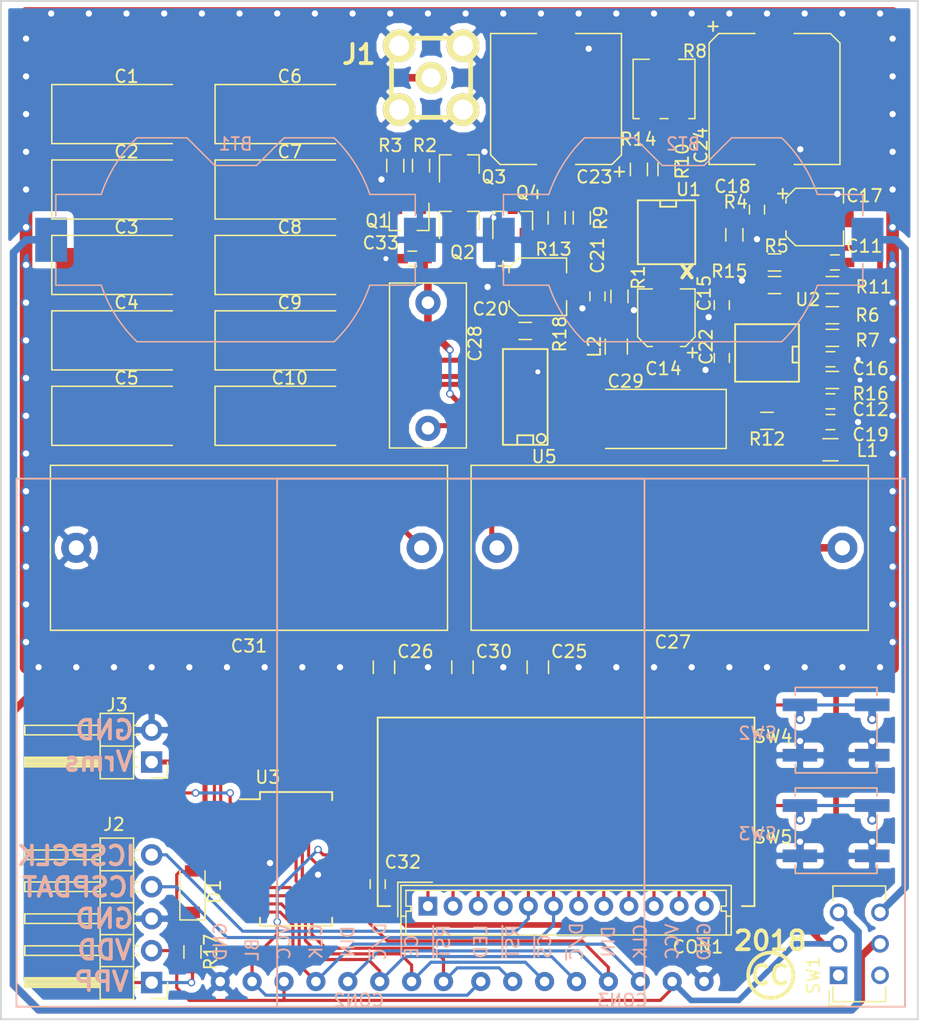
<source format=kicad_pcb>
(kicad_pcb (version 4) (host pcbnew 4.0.7)
  (layers (0 F.Cu signal) (31 B.Cu signal) (34 B.Paste user) (35 F.Paste user) (36 B.SilkS user) (37 F.SilkS user) (38 B.Mask user) (39 F.Mask user) (44 Edge.Cuts user))
  (net 0 "")
  (net 1 GND)
  (net 2 "Net-(BT1-Pad1)")
  (net 3 "Net-(BT2-Pad2)")
  (net 4 +3V)
  (net 5 -3V)
  (net 6 "Net-(C11-Pad1)")
  (net 7 "Net-(C11-Pad2)")
  (net 8 "Net-(C12-Pad1)")
  (net 9 "Net-(Q1-Pad2)")
  (net 10 "Net-(Q2-Pad2)")
  (net 11 "Net-(Q3-Pad2)")
  (net 12 "Net-(Q4-Pad2)")
  (net 13 "Net-(R10-Pad2)")
  (net 14 "Net-(U3-Pad7)")
  (net 15 "Net-(D1-Pad1)")
  (net 16 "Net-(J2-Pad1)")
  (net 17 +3V_Digital)
  (net 18 -3V_Digital)
  (net 19 "Net-(C1-Pad1)")
  (net 20 "Net-(C1-Pad2)")
  (net 21 "Net-(C12-Pad2)")
  (net 22 "Net-(C14-Pad1)")
  (net 23 "Net-(C15-Pad1)")
  (net 24 "Net-(C23-Pad1)")
  (net 25 "Net-(C27-Pad2)")
  (net 26 "Net-(C28-Pad2)")
  (net 27 "Net-(C29-Pad2)")
  (net 28 "Net-(Q1-Pad1)")
  (net 29 "Net-(R12-Pad2)")
  (net 30 "Net-(R13-Pad2)")
  (net 31 "Net-(R11-Pad2)")
  (net 32 "Net-(U3-Pad9)")
  (net 33 "Net-(U3-Pad16)")
  (net 34 "Net-(U5-Pad1)")
  (net 35 "Net-(U5-Pad2)")
  (net 36 "Net-(U5-Pad4)")
  (net 37 "Net-(U5-Pad7)")
  (net 38 "Net-(U5-Pad8)")
  (net 39 "Net-(C16-Pad1)")
  (net 40 "Net-(C24-Pad1)")
  (net 41 "Net-(C30-Pad2)")
  (net 42 "Net-(C31-Pad1)")
  (net 43 "Net-(R4-Pad2)")
  (net 44 "Net-(R10-Pad1)")
  (net 45 "Net-(R18-Pad1)")
  (net 46 "Net-(R18-Pad2)")
  (net 47 +3V_LNA)
  (net 48 -3V_LNA)
  (net 49 "Net-(CON1-Pad1)")
  (net 50 "Net-(CON1-Pad2)")
  (net 51 "Net-(CON1-Pad3)")
  (net 52 "Net-(CON1-Pad4)")
  (net 53 "Net-(CON1-Pad5)")
  (net 54 "Net-(CON1-Pad6)")
  (net 55 "Net-(CON1-Pad7)")
  (net 56 "Net-(CON1-Pad8)")
  (net 57 "Net-(CON1-Pad9)")
  (net 58 "Net-(CON1-Pad10)")
  (net 59 "Net-(CON1-Pad11)")
  (net 60 "Net-(CON1-Pad12)")
  (net 61 "Net-(CON2-Pad1)")
  (net 62 "Net-(CON2-Pad2)")
  (net 63 "Net-(CON2-Pad3)")
  (net 64 "Net-(CON2-Pad4)")
  (net 65 "Net-(CON2-Pad5)")
  (net 66 "Net-(CON2-Pad7)")
  (net 67 "Net-(SW2-Pad2)")
  (net 68 "Net-(SW3-Pad2)")
  (net 69 /Vrms)
  (module "Noise Meter Kicad Footprint Library:Via-dia-0-8mm-drill-0-5mm" (layer F.Cu) (at 206 103)
    (fp_text reference REF** hide)
    (fp_text value "Via dia 0.8mm drill 0.5mm" hide)
    (pad 1 thru_hole circle (at 0 0) (size 0.8 0.8) (drill 0.5) (layers *.Cu) (net 1 GND))
  )
  (module "Noise Meter Kicad Footprint Library:Via-dia-0-8mm-drill-0-5mm" (layer F.Cu) (at 206 100)
    (fp_text reference REF** hide)
    (fp_text value "Via dia 0.8mm drill 0.5mm" hide)
    (pad 1 thru_hole circle (at 0 0) (size 0.8 0.8) (drill 0.5) (layers *.Cu) (net 1 GND))
  )
  (module "Noise Meter Kicad Footprint Library:Via-dia-0-8mm-drill-0-5mm" (layer F.Cu) (at 206 97)
    (fp_text reference REF** hide)
    (fp_text value "Via dia 0.8mm drill 0.5mm" hide)
    (pad 1 thru_hole circle (at 0 0) (size 0.8 0.8) (drill 0.5) (layers *.Cu) (net 1 GND))
  )
  (module "Noise Meter Kicad Footprint Library:Via-dia-0-8mm-drill-0-5mm" (layer F.Cu) (at 206 94)
    (fp_text reference REF** hide)
    (fp_text value "Via dia 0.8mm drill 0.5mm" hide)
    (pad 1 thru_hole circle (at 0 0) (size 0.8 0.8) (drill 0.5) (layers *.Cu) (net 1 GND))
  )
  (module "Noise Meter Kicad Footprint Library:Via-dia-0-8mm-drill-0-5mm" (layer F.Cu) (at 206 91)
    (fp_text reference REF** hide)
    (fp_text value "Via dia 0.8mm drill 0.5mm" hide)
    (pad 1 thru_hole circle (at 0 0) (size 0.8 0.8) (drill 0.5) (layers *.Cu) (net 1 GND))
  )
  (module "Noise Meter Kicad Footprint Library:Via-dia-0-8mm-drill-0-5mm" (layer F.Cu) (at 206 88)
    (fp_text reference REF** hide)
    (fp_text value "Via dia 0.8mm drill 0.5mm" hide)
    (pad 1 thru_hole circle (at 0 0) (size 0.8 0.8) (drill 0.5) (layers *.Cu) (net 1 GND))
  )
  (module "Noise Meter Kicad Footprint Library:Via-dia-0-8mm-drill-0-5mm" (layer F.Cu) (at 206 85)
    (fp_text reference REF** hide)
    (fp_text value "Via dia 0.8mm drill 0.5mm" hide)
    (pad 1 thru_hole circle (at 0 0) (size 0.8 0.8) (drill 0.5) (layers *.Cu) (net 1 GND))
  )
  (module "Noise Meter Kicad Footprint Library:Via-dia-0-8mm-drill-0-5mm" (layer F.Cu) (at 206 82)
    (fp_text reference REF** hide)
    (fp_text value "Via dia 0.8mm drill 0.5mm" hide)
    (pad 1 thru_hole circle (at 0 0) (size 0.8 0.8) (drill 0.5) (layers *.Cu) (net 1 GND))
  )
  (module "Noise Meter Kicad Footprint Library:Via-dia-0-8mm-drill-0-5mm" (layer F.Cu) (at 206 79)
    (fp_text reference REF** hide)
    (fp_text value "Via dia 0.8mm drill 0.5mm" hide)
    (pad 1 thru_hole circle (at 0 0) (size 0.8 0.8) (drill 0.5) (layers *.Cu) (net 1 GND))
  )
  (module "Noise Meter Kicad Footprint Library:Via-dia-0-8mm-drill-0-5mm" (layer F.Cu) (at 206 76)
    (fp_text reference REF** hide)
    (fp_text value "Via dia 0.8mm drill 0.5mm" hide)
    (pad 1 thru_hole circle (at 0 0) (size 0.8 0.8) (drill 0.5) (layers *.Cu) (net 1 GND))
  )
  (module "Noise Meter Kicad Footprint Library:Via-dia-0-8mm-drill-0-5mm" (layer F.Cu) (at 206 73)
    (fp_text reference REF** hide)
    (fp_text value "Via dia 0.8mm drill 0.5mm" hide)
    (pad 1 thru_hole circle (at 0 0) (size 0.8 0.8) (drill 0.5) (layers *.Cu) (net 1 GND))
  )
  (module "Noise Meter Kicad Footprint Library:Via-dia-0-8mm-drill-0-5mm" (layer F.Cu) (at 206 70)
    (fp_text reference REF** hide)
    (fp_text value "Via dia 0.8mm drill 0.5mm" hide)
    (pad 1 thru_hole circle (at 0 0) (size 0.8 0.8) (drill 0.5) (layers *.Cu) (net 1 GND))
  )
  (module "Noise Meter Kicad Footprint Library:Via-dia-0-8mm-drill-0-5mm" (layer F.Cu) (at 206 67)
    (fp_text reference REF** hide)
    (fp_text value "Via dia 0.8mm drill 0.5mm" hide)
    (pad 1 thru_hole circle (at 0 0) (size 0.8 0.8) (drill 0.5) (layers *.Cu) (net 1 GND))
  )
  (module "Noise Meter Kicad Footprint Library:Via-dia-0-8mm-drill-0-5mm" (layer F.Cu) (at 206 64)
    (fp_text reference REF** hide)
    (fp_text value "Via dia 0.8mm drill 0.5mm" hide)
    (pad 1 thru_hole circle (at 0 0) (size 0.8 0.8) (drill 0.5) (layers *.Cu) (net 1 GND))
  )
  (module "Noise Meter Kicad Footprint Library:Via-dia-0-8mm-drill-0-5mm" (layer F.Cu) (at 206 61)
    (fp_text reference REF** hide)
    (fp_text value "Via dia 0.8mm drill 0.5mm" hide)
    (pad 1 thru_hole circle (at 0 0) (size 0.8 0.8) (drill 0.5) (layers *.Cu) (net 1 GND))
  )
  (module "Noise Meter Kicad Footprint Library:Via-dia-0-8mm-drill-0-5mm" (layer F.Cu) (at 206 58)
    (fp_text reference REF** hide)
    (fp_text value "Via dia 0.8mm drill 0.5mm" hide)
    (pad 1 thru_hole circle (at 0 0) (size 0.8 0.8) (drill 0.5) (layers *.Cu) (net 1 GND))
  )
  (module "Noise Meter Kicad Footprint Library:Via-dia-0-8mm-drill-0-5mm" (layer F.Cu) (at 137 103)
    (fp_text reference REF** hide)
    (fp_text value "Via dia 0.8mm drill 0.5mm" hide)
    (pad 1 thru_hole circle (at 0 0) (size 0.8 0.8) (drill 0.5) (layers *.Cu) (net 1 GND))
  )
  (module "Noise Meter Kicad Footprint Library:Via-dia-0-8mm-drill-0-5mm" (layer F.Cu) (at 151 53)
    (fp_text reference REF** hide)
    (fp_text value "Via dia 0.8mm drill 0.5mm" hide)
    (pad 1 thru_hole circle (at 0 0) (size 0.8 0.8) (drill 0.5) (layers *.Cu) (net 1 GND))
  )
  (module "Noise Meter Kicad Footprint Library:Via-dia-0-8mm-drill-0-5mm" (layer F.Cu) (at 166 53)
    (fp_text reference REF** hide)
    (fp_text value "Via dia 0.8mm drill 0.5mm" hide)
    (pad 1 thru_hole circle (at 0 0) (size 0.8 0.8) (drill 0.5) (layers *.Cu) (net 1 GND))
  )
  (module "Noise Meter Kicad Footprint Library:Via-dia-0-8mm-drill-0-5mm" (layer F.Cu) (at 184 53)
    (fp_text reference REF** hide)
    (fp_text value "Via dia 0.8mm drill 0.5mm" hide)
    (pad 1 thru_hole circle (at 0 0) (size 0.8 0.8) (drill 0.5) (layers *.Cu) (net 1 GND))
  )
  (module "Noise Meter Kicad Footprint Library:Via-dia-0-8mm-drill-0-5mm" (layer F.Cu) (at 205 53)
    (fp_text reference REF** hide)
    (fp_text value "Via dia 0.8mm drill 0.5mm" hide)
    (pad 1 thru_hole circle (at 0 0) (size 0.8 0.8) (drill 0.5) (layers *.Cu) (net 1 GND))
  )
  (module "Noise Meter Kicad Footprint Library:Via-dia-0-8mm-drill-0-5mm" (layer F.Cu) (at 187 105)
    (fp_text reference REF** hide)
    (fp_text value "Via dia 0.8mm drill 0.5mm" hide)
    (pad 1 thru_hole circle (at 0 0) (size 0.8 0.8) (drill 0.5) (layers *.Cu) (net 1 GND))
  )
  (module "Noise Meter Kicad Footprint Library:Via-dia-0-8mm-drill-0-5mm" (layer F.Cu) (at 137 100)
    (fp_text reference REF** hide)
    (fp_text value "Via dia 0.8mm drill 0.5mm" hide)
    (pad 1 thru_hole circle (at 0 0) (size 0.8 0.8) (drill 0.5) (layers *.Cu) (net 1 GND))
  )
  (module "Noise Meter Kicad Footprint Library:Via-dia-0-8mm-drill-0-5mm" (layer F.Cu) (at 154 53)
    (fp_text reference REF** hide)
    (fp_text value "Via dia 0.8mm drill 0.5mm" hide)
    (pad 1 thru_hole circle (at 0 0) (size 0.8 0.8) (drill 0.5) (layers *.Cu) (net 1 GND))
  )
  (module "Noise Meter Kicad Footprint Library:Via-dia-0-8mm-drill-0-5mm" (layer F.Cu) (at 169 53)
    (fp_text reference REF** hide)
    (fp_text value "Via dia 0.8mm drill 0.5mm" hide)
    (pad 1 thru_hole circle (at 0 0) (size 0.8 0.8) (drill 0.5) (layers *.Cu) (net 1 GND))
  )
  (module "Noise Meter Kicad Footprint Library:Via-dia-0-8mm-drill-0-5mm" (layer F.Cu) (at 181 53)
    (fp_text reference REF** hide)
    (fp_text value "Via dia 0.8mm drill 0.5mm" hide)
    (pad 1 thru_hole circle (at 0 0) (size 0.8 0.8) (drill 0.5) (layers *.Cu) (net 1 GND))
  )
  (module "Noise Meter Kicad Footprint Library:Via-dia-0-8mm-drill-0-5mm" (layer F.Cu) (at 202 53)
    (fp_text reference REF** hide)
    (fp_text value "Via dia 0.8mm drill 0.5mm" hide)
    (pad 1 thru_hole circle (at 0 0) (size 0.8 0.8) (drill 0.5) (layers *.Cu) (net 1 GND))
  )
  (module "Noise Meter Kicad Footprint Library:Via-dia-0-8mm-drill-0-5mm" (layer F.Cu) (at 190 105)
    (fp_text reference REF** hide)
    (fp_text value "Via dia 0.8mm drill 0.5mm" hide)
    (pad 1 thru_hole circle (at 0 0) (size 0.8 0.8) (drill 0.5) (layers *.Cu) (net 1 GND))
  )
  (module "Noise Meter Kicad Footprint Library:Via-dia-0-8mm-drill-0-5mm" (layer F.Cu) (at 137 97)
    (fp_text reference REF** hide)
    (fp_text value "Via dia 0.8mm drill 0.5mm" hide)
    (pad 1 thru_hole circle (at 0 0) (size 0.8 0.8) (drill 0.5) (layers *.Cu) (net 1 GND))
  )
  (module "Noise Meter Kicad Footprint Library:Via-dia-0-8mm-drill-0-5mm" (layer F.Cu) (at 139 53)
    (fp_text reference REF** hide)
    (fp_text value "Via dia 0.8mm drill 0.5mm" hide)
    (pad 1 thru_hole circle (at 0 0) (size 0.8 0.8) (drill 0.5) (layers *.Cu) (net 1 GND))
  )
  (module "Noise Meter Kicad Footprint Library:Via-dia-0-8mm-drill-0-5mm" (layer F.Cu) (at 163 53)
    (fp_text reference REF** hide)
    (fp_text value "Via dia 0.8mm drill 0.5mm" hide)
    (pad 1 thru_hole circle (at 0 0) (size 0.8 0.8) (drill 0.5) (layers *.Cu) (net 1 GND))
  )
  (module "Noise Meter Kicad Footprint Library:Via-dia-0-8mm-drill-0-5mm" (layer F.Cu) (at 178 53)
    (fp_text reference REF** hide)
    (fp_text value "Via dia 0.8mm drill 0.5mm" hide)
    (pad 1 thru_hole circle (at 0 0) (size 0.8 0.8) (drill 0.5) (layers *.Cu) (net 1 GND))
  )
  (module "Noise Meter Kicad Footprint Library:Via-dia-0-8mm-drill-0-5mm" (layer F.Cu) (at 199 53)
    (fp_text reference REF** hide)
    (fp_text value "Via dia 0.8mm drill 0.5mm" hide)
    (pad 1 thru_hole circle (at 0 0) (size 0.8 0.8) (drill 0.5) (layers *.Cu) (net 1 GND))
  )
  (module "Noise Meter Kicad Footprint Library:Via-dia-0-8mm-drill-0-5mm" (layer F.Cu) (at 193 105)
    (fp_text reference REF** hide)
    (fp_text value "Via dia 0.8mm drill 0.5mm" hide)
    (pad 1 thru_hole circle (at 0 0) (size 0.8 0.8) (drill 0.5) (layers *.Cu) (net 1 GND))
  )
  (module "Noise Meter Kicad Footprint Library:Via-dia-0-8mm-drill-0-5mm" (layer F.Cu) (at 137 94)
    (fp_text reference REF** hide)
    (fp_text value "Via dia 0.8mm drill 0.5mm" hide)
    (pad 1 thru_hole circle (at 0 0) (size 0.8 0.8) (drill 0.5) (layers *.Cu) (net 1 GND))
  )
  (module "Noise Meter Kicad Footprint Library:Via-dia-0-8mm-drill-0-5mm" (layer F.Cu) (at 137 61)
    (fp_text reference REF** hide)
    (fp_text value "Via dia 0.8mm drill 0.5mm" hide)
    (pad 1 thru_hole circle (at 0 0) (size 0.8 0.8) (drill 0.5) (layers *.Cu) (net 1 GND))
  )
  (module "Noise Meter Kicad Footprint Library:Via-dia-0-8mm-drill-0-5mm" (layer F.Cu) (at 157 53)
    (fp_text reference REF** hide)
    (fp_text value "Via dia 0.8mm drill 0.5mm" hide)
    (pad 1 thru_hole circle (at 0 0) (size 0.8 0.8) (drill 0.5) (layers *.Cu) (net 1 GND))
  )
  (module "Noise Meter Kicad Footprint Library:Via-dia-0-8mm-drill-0-5mm" (layer F.Cu) (at 175 53)
    (fp_text reference REF** hide)
    (fp_text value "Via dia 0.8mm drill 0.5mm" hide)
    (pad 1 thru_hole circle (at 0 0) (size 0.8 0.8) (drill 0.5) (layers *.Cu) (net 1 GND))
  )
  (module "Noise Meter Kicad Footprint Library:Via-dia-0-8mm-drill-0-5mm" (layer F.Cu) (at 196 53)
    (fp_text reference REF** hide)
    (fp_text value "Via dia 0.8mm drill 0.5mm" hide)
    (pad 1 thru_hole circle (at 0 0) (size 0.8 0.8) (drill 0.5) (layers *.Cu) (net 1 GND))
  )
  (module "Noise Meter Kicad Footprint Library:Via-dia-0-8mm-drill-0-5mm" (layer F.Cu) (at 196 105)
    (fp_text reference REF** hide)
    (fp_text value "Via dia 0.8mm drill 0.5mm" hide)
    (pad 1 thru_hole circle (at 0 0) (size 0.8 0.8) (drill 0.5) (layers *.Cu) (net 1 GND))
  )
  (module "Noise Meter Kicad Footprint Library:Via-dia-0-8mm-drill-0-5mm" (layer F.Cu) (at 137 91)
    (fp_text reference REF** hide)
    (fp_text value "Via dia 0.8mm drill 0.5mm" hide)
    (pad 1 thru_hole circle (at 0 0) (size 0.8 0.8) (drill 0.5) (layers *.Cu) (net 1 GND))
  )
  (module "Noise Meter Kicad Footprint Library:Via-dia-0-8mm-drill-0-5mm" (layer F.Cu) (at 137 70)
    (fp_text reference REF** hide)
    (fp_text value "Via dia 0.8mm drill 0.5mm" hide)
    (pad 1 thru_hole circle (at 0 0) (size 0.8 0.8) (drill 0.5) (layers *.Cu) (net 1 GND))
  )
  (module "Noise Meter Kicad Footprint Library:Via-dia-0-8mm-drill-0-5mm" (layer F.Cu) (at 142 53)
    (fp_text reference REF** hide)
    (fp_text value "Via dia 0.8mm drill 0.5mm" hide)
    (pad 1 thru_hole circle (at 0 0) (size 0.8 0.8) (drill 0.5) (layers *.Cu) (net 1 GND))
  )
  (module "Noise Meter Kicad Footprint Library:Via-dia-0-8mm-drill-0-5mm" (layer F.Cu) (at 172 53)
    (fp_text reference REF** hide)
    (fp_text value "Via dia 0.8mm drill 0.5mm" hide)
    (pad 1 thru_hole circle (at 0 0) (size 0.8 0.8) (drill 0.5) (layers *.Cu) (net 1 GND))
  )
  (module "Noise Meter Kicad Footprint Library:Via-dia-0-8mm-drill-0-5mm" (layer F.Cu) (at 193 53)
    (fp_text reference REF** hide)
    (fp_text value "Via dia 0.8mm drill 0.5mm" hide)
    (pad 1 thru_hole circle (at 0 0) (size 0.8 0.8) (drill 0.5) (layers *.Cu) (net 1 GND))
  )
  (module "Noise Meter Kicad Footprint Library:Via-dia-0-8mm-drill-0-5mm" (layer F.Cu) (at 199 105)
    (fp_text reference REF** hide)
    (fp_text value "Via dia 0.8mm drill 0.5mm" hide)
    (pad 1 thru_hole circle (at 0 0) (size 0.8 0.8) (drill 0.5) (layers *.Cu) (net 1 GND))
  )
  (module "Noise Meter Kicad Footprint Library:Via-dia-0-8mm-drill-0-5mm" (layer F.Cu) (at 181 105)
    (fp_text reference REF** hide)
    (fp_text value "Via dia 0.8mm drill 0.5mm" hide)
    (pad 1 thru_hole circle (at 0 0) (size 0.8 0.8) (drill 0.5) (layers *.Cu) (net 1 GND))
  )
  (module "Noise Meter Kicad Footprint Library:Via-dia-0-8mm-drill-0-5mm" (layer F.Cu) (at 137 88)
    (fp_text reference REF** hide)
    (fp_text value "Via dia 0.8mm drill 0.5mm" hide)
    (pad 1 thru_hole circle (at 0 0) (size 0.8 0.8) (drill 0.5) (layers *.Cu) (net 1 GND))
  )
  (module "Noise Meter Kicad Footprint Library:Via-dia-0-8mm-drill-0-5mm" (layer F.Cu) (at 137 73)
    (fp_text reference REF** hide)
    (fp_text value "Via dia 0.8mm drill 0.5mm" hide)
    (pad 1 thru_hole circle (at 0 0) (size 0.8 0.8) (drill 0.5) (layers *.Cu) (net 1 GND))
  )
  (module "Noise Meter Kicad Footprint Library:Via-dia-0-8mm-drill-0-5mm" (layer F.Cu) (at 137 55)
    (fp_text reference REF** hide)
    (fp_text value "Via dia 0.8mm drill 0.5mm" hide)
    (pad 1 thru_hole circle (at 0 0) (size 0.8 0.8) (drill 0.5) (layers *.Cu) (net 1 GND))
  )
  (module "Noise Meter Kicad Footprint Library:Via-dia-0-8mm-drill-0-5mm" (layer F.Cu) (at 160 53)
    (fp_text reference REF** hide)
    (fp_text value "Via dia 0.8mm drill 0.5mm" hide)
    (pad 1 thru_hole circle (at 0 0) (size 0.8 0.8) (drill 0.5) (layers *.Cu) (net 1 GND))
  )
  (module "Noise Meter Kicad Footprint Library:Via-dia-0-8mm-drill-0-5mm" (layer F.Cu) (at 190 53)
    (fp_text reference REF** hide)
    (fp_text value "Via dia 0.8mm drill 0.5mm" hide)
    (pad 1 thru_hole circle (at 0 0) (size 0.8 0.8) (drill 0.5) (layers *.Cu) (net 1 GND))
  )
  (module "Noise Meter Kicad Footprint Library:Via-dia-0-8mm-drill-0-5mm" (layer F.Cu) (at 202 105)
    (fp_text reference REF** hide)
    (fp_text value "Via dia 0.8mm drill 0.5mm" hide)
    (pad 1 thru_hole circle (at 0 0) (size 0.8 0.8) (drill 0.5) (layers *.Cu) (net 1 GND))
  )
  (module "Noise Meter Kicad Footprint Library:Via-dia-0-8mm-drill-0-5mm" (layer F.Cu) (at 175 105)
    (fp_text reference REF** hide)
    (fp_text value "Via dia 0.8mm drill 0.5mm" hide)
    (pad 1 thru_hole circle (at 0 0) (size 0.8 0.8) (drill 0.5) (layers *.Cu) (net 1 GND))
  )
  (module "Noise Meter Kicad Footprint Library:Via-dia-0-8mm-drill-0-5mm" (layer F.Cu) (at 137 85)
    (fp_text reference REF** hide)
    (fp_text value "Via dia 0.8mm drill 0.5mm" hide)
    (pad 1 thru_hole circle (at 0 0) (size 0.8 0.8) (drill 0.5) (layers *.Cu) (net 1 GND))
  )
  (module "Noise Meter Kicad Footprint Library:Via-dia-0-8mm-drill-0-5mm" (layer F.Cu) (at 137 76)
    (fp_text reference REF** hide)
    (fp_text value "Via dia 0.8mm drill 0.5mm" hide)
    (pad 1 thru_hole circle (at 0 0) (size 0.8 0.8) (drill 0.5) (layers *.Cu) (net 1 GND))
  )
  (module "Noise Meter Kicad Footprint Library:Via-dia-0-8mm-drill-0-5mm" (layer F.Cu) (at 137 64)
    (fp_text reference REF** hide)
    (fp_text value "Via dia 0.8mm drill 0.5mm" hide)
    (pad 1 thru_hole circle (at 0 0) (size 0.8 0.8) (drill 0.5) (layers *.Cu) (net 1 GND))
  )
  (module "Noise Meter Kicad Footprint Library:Via-dia-0-8mm-drill-0-5mm" (layer F.Cu) (at 145 53)
    (fp_text reference REF** hide)
    (fp_text value "Via dia 0.8mm drill 0.5mm" hide)
    (pad 1 thru_hole circle (at 0 0) (size 0.8 0.8) (drill 0.5) (layers *.Cu) (net 1 GND))
  )
  (module "Noise Meter Kicad Footprint Library:Via-dia-0-8mm-drill-0-5mm" (layer F.Cu) (at 187 53)
    (fp_text reference REF** hide)
    (fp_text value "Via dia 0.8mm drill 0.5mm" hide)
    (pad 1 thru_hole circle (at 0 0) (size 0.8 0.8) (drill 0.5) (layers *.Cu) (net 1 GND))
  )
  (module "Noise Meter Kicad Footprint Library:Via-dia-0-8mm-drill-0-5mm" (layer F.Cu) (at 205 105)
    (fp_text reference REF** hide)
    (fp_text value "Via dia 0.8mm drill 0.5mm" hide)
    (pad 1 thru_hole circle (at 0 0) (size 0.8 0.8) (drill 0.5) (layers *.Cu) (net 1 GND))
  )
  (module "Noise Meter Kicad Footprint Library:Via-dia-0-8mm-drill-0-5mm" (layer F.Cu) (at 169 105)
    (fp_text reference REF** hide)
    (fp_text value "Via dia 0.8mm drill 0.5mm" hide)
    (pad 1 thru_hole circle (at 0 0) (size 0.8 0.8) (drill 0.5) (layers *.Cu) (net 1 GND))
  )
  (module "Noise Meter Kicad Footprint Library:Via-dia-0-8mm-drill-0-5mm" (layer F.Cu) (at 137 82)
    (fp_text reference REF** hide)
    (fp_text value "Via dia 0.8mm drill 0.5mm" hide)
    (pad 1 thru_hole circle (at 0 0) (size 0.8 0.8) (drill 0.5) (layers *.Cu) (net 1 GND))
  )
  (module "Noise Meter Kicad Footprint Library:Via-dia-0-8mm-drill-0-5mm" (layer F.Cu) (at 137 79)
    (fp_text reference REF** hide)
    (fp_text value "Via dia 0.8mm drill 0.5mm" hide)
    (pad 1 thru_hole circle (at 0 0) (size 0.8 0.8) (drill 0.5) (layers *.Cu) (net 1 GND))
  )
  (module "Noise Meter Kicad Footprint Library:Via-dia-0-8mm-drill-0-5mm" (layer F.Cu) (at 137 67)
    (fp_text reference REF** hide)
    (fp_text value "Via dia 0.8mm drill 0.5mm" hide)
    (pad 1 thru_hole circle (at 0 0) (size 0.8 0.8) (drill 0.5) (layers *.Cu) (net 1 GND))
  )
  (module "Noise Meter Kicad Footprint Library:Via-dia-0-8mm-drill-0-5mm" (layer F.Cu) (at 137 58)
    (fp_text reference REF** hide)
    (fp_text value "Via dia 0.8mm drill 0.5mm" hide)
    (pad 1 thru_hole circle (at 0 0) (size 0.8 0.8) (drill 0.5) (layers *.Cu) (net 1 GND))
  )
  (module "Noise Meter Kicad Footprint Library:Via-dia-0-8mm-drill-0-5mm" (layer F.Cu) (at 148 53)
    (fp_text reference REF** hide)
    (fp_text value "Via dia 0.8mm drill 0.5mm" hide)
    (pad 1 thru_hole circle (at 0 0) (size 0.8 0.8) (drill 0.5) (layers *.Cu) (net 1 GND))
  )
  (module "Noise Meter Kicad Footprint Library:Via-dia-0-8mm-drill-0-5mm" (layer F.Cu) (at 206 55)
    (fp_text reference REF** hide)
    (fp_text value "Via dia 0.8mm drill 0.5mm" hide)
    (pad 1 thru_hole circle (at 0 0) (size 0.8 0.8) (drill 0.5) (layers *.Cu) (net 1 GND))
  )
  (module "Noise Meter Kicad Footprint Library:Via-dia-0-8mm-drill-0-5mm" (layer F.Cu) (at 184 105)
    (fp_text reference REF** hide)
    (fp_text value "Via dia 0.8mm drill 0.5mm" hide)
    (pad 1 thru_hole circle (at 0 0) (size 0.8 0.8) (drill 0.5) (layers *.Cu) (net 1 GND))
  )
  (module "Noise Meter Kicad Footprint Library:Via-dia-0-8mm-drill-0-5mm" (layer F.Cu) (at 138 105)
    (fp_text reference REF** hide)
    (fp_text value "Via dia 0.8mm drill 0.5mm" hide)
    (pad 1 thru_hole circle (at 0 0) (size 0.8 0.8) (drill 0.5) (layers *.Cu) (net 1 GND))
  )
  (module "Noise Meter Kicad Footprint Library:Via-dia-0-8mm-drill-0-5mm" (layer F.Cu) (at 141 105)
    (fp_text reference REF** hide)
    (fp_text value "Via dia 0.8mm drill 0.5mm" hide)
    (pad 1 thru_hole circle (at 0 0) (size 0.8 0.8) (drill 0.5) (layers *.Cu) (net 1 GND))
  )
  (module "Noise Meter Kicad Footprint Library:Via-dia-0-8mm-drill-0-5mm" (layer F.Cu) (at 144 105)
    (fp_text reference REF** hide)
    (fp_text value "Via dia 0.8mm drill 0.5mm" hide)
    (pad 1 thru_hole circle (at 0 0) (size 0.8 0.8) (drill 0.5) (layers *.Cu) (net 1 GND))
  )
  (module "Noise Meter Kicad Footprint Library:Via-dia-0-8mm-drill-0-5mm" (layer F.Cu) (at 150 105)
    (fp_text reference REF** hide)
    (fp_text value "Via dia 0.8mm drill 0.5mm" hide)
    (pad 1 thru_hole circle (at 0 0) (size 0.8 0.8) (drill 0.5) (layers *.Cu) (net 1 GND))
  )
  (module "Noise Meter Kicad Footprint Library:Via-dia-0-8mm-drill-0-5mm" (layer F.Cu) (at 162 105)
    (fp_text reference REF** hide)
    (fp_text value "Via dia 0.8mm drill 0.5mm" hide)
    (pad 1 thru_hole circle (at 0 0) (size 0.8 0.8) (drill 0.5) (layers *.Cu) (net 1 GND))
  )
  (module "Noise Meter Kicad Footprint Library:Via-dia-0-8mm-drill-0-5mm" (layer F.Cu) (at 159 105)
    (fp_text reference REF** hide)
    (fp_text value "Via dia 0.8mm drill 0.5mm" hide)
    (pad 1 thru_hole circle (at 0 0) (size 0.8 0.8) (drill 0.5) (layers *.Cu) (net 1 GND))
  )
  (module "Noise Meter Kicad Footprint Library:Via-dia-0-8mm-drill-0-5mm" (layer F.Cu) (at 156 105)
    (fp_text reference REF** hide)
    (fp_text value "Via dia 0.8mm drill 0.5mm" hide)
    (pad 1 thru_hole circle (at 0 0) (size 0.8 0.8) (drill 0.5) (layers *.Cu) (net 1 GND))
  )
  (module "Noise Meter Kicad Footprint Library:Via-dia-0-8mm-drill-0-5mm" (layer F.Cu) (at 147 105)
    (fp_text reference REF** hide)
    (fp_text value "Via dia 0.8mm drill 0.5mm" hide)
    (pad 1 thru_hole circle (at 0 0) (size 0.8 0.8) (drill 0.5) (layers *.Cu) (net 1 GND))
  )
  (module "Noise Meter Kicad Footprint Library:4-digit-LCD-footprint" (layer F.Cu) (at 169 124)
    (fp_text reference CON1 (at 21.5 3.25) (layer F.SilkS))
    (fp_text value LCD-4-digit)
    (pad 1 thru_hole rect (at 0 0) (size 1.5 1.5) (drill 0.8) (layers *.Cu *.Mask) (net 49 "Net-(CON1-Pad1)"))
    (pad 2 thru_hole circle (at 2 0) (size 1.5 1.5) (drill 0.8) (layers *.Cu *.Mask) (net 50 "Net-(CON1-Pad2)"))
    (pad 3 thru_hole circle (at 4 0) (size 1.5 1.5) (drill 0.8) (layers *.Cu *.Mask) (net 51 "Net-(CON1-Pad3)"))
    (pad 4 thru_hole circle (at 6 0) (size 1.5 1.5) (drill 0.8) (layers *.Cu *.Mask) (net 52 "Net-(CON1-Pad4)"))
    (pad 5 thru_hole circle (at 8 0) (size 1.5 1.5) (drill 0.8) (layers *.Cu *.Mask) (net 53 "Net-(CON1-Pad5)"))
    (pad 6 thru_hole circle (at 10 0) (size 1.5 1.5) (drill 0.8) (layers *.Cu *.Mask) (net 54 "Net-(CON1-Pad6)"))
    (pad 7 thru_hole circle (at 12 0) (size 1.5 1.5) (drill 0.8) (layers *.Cu *.Mask) (net 55 "Net-(CON1-Pad7)"))
    (pad 8 thru_hole circle (at 14 0) (size 1.5 1.5) (drill 0.8) (layers *.Cu *.Mask) (net 56 "Net-(CON1-Pad8)"))
    (pad 9 thru_hole circle (at 16 0) (size 1.5 1.5) (drill 0.8) (layers *.Cu *.Mask) (net 57 "Net-(CON1-Pad9)"))
    (pad 10 thru_hole circle (at 18 0) (size 1.5 1.5) (drill 0.8) (layers *.Cu *.Mask) (net 58 "Net-(CON1-Pad10)"))
    (pad 11 thru_hole circle (at 20 0) (size 1.5 1.5) (drill 0.8) (layers *.Cu *.Mask) (net 59 "Net-(CON1-Pad11)"))
    (pad 12 thru_hole circle (at 22 0) (size 1.5 1.5) (drill 0.8) (layers *.Cu *.Mask) (net 60 "Net-(CON1-Pad12)"))
  )
  (module Buttons_Switches_SMD:SW_SPST_B3SL-1002P (layer B.Cu) (at 201.5 110)
    (fp_text reference SW2 (at -6.25 0.25) (layer B.SilkS) (effects (justify mirror)))
    (fp_text value SW_Push)
    (pad 1 smd rect (at -2.875 2) (size 2.75 1) (layers B.Cu B.Paste B.Mask) (net 1 GND))
    (pad 1 smd rect (at 2.875 2) (size 2.75 1) (layers B.Cu B.Paste B.Mask) (net 1 GND))
    (pad 2 smd rect (at 2.875 -2) (size 2.75 1) (layers B.Cu B.Paste B.Mask) (net 67 "Net-(SW2-Pad2)"))
    (pad 2 smd rect (at -2.875 -2) (size 2.75 1) (layers B.Cu B.Paste B.Mask) (net 67 "Net-(SW2-Pad2)"))
  )
  (module Capacitors_THT:C_Rect_L13.0mm_W6.0mm_P10.00mm_FKS3_FKP3_MKS4 (layer F.Cu) (at 169 76 270)
    (fp_text reference C28 (at 3.25 -3.75 270) (layer F.SilkS))
    (fp_text value 0.1uF)
    (pad 1 thru_hole circle (at 0 0 270) (size 2 2) (drill 1) (layers *.Cu *.Mask) (net 4 +3V))
    (pad 2 thru_hole circle (at 10 0 270) (size 2 2) (drill 1) (layers *.Cu *.Mask) (net 26 "Net-(C28-Pad2)"))
  )
  (module Capacitors_THT:C_Rect_L31.5mm_W13.0mm_P27.50mm_MKS4 (layer F.Cu) (at 202 95.5 180)
    (fp_text reference C27 (at 13.5 -7.5 180) (layer F.SilkS))
    (fp_text value 10uF)
    (pad 1 thru_hole circle (at 0 0 180) (size 2.4 2.4) (drill 1.2) (layers *.Cu *.Mask) (net 4 +3V))
    (pad 2 thru_hole circle (at 27.5 0 180) (size 2.4 2.4) (drill 1.2) (layers *.Cu *.Mask) (net 25 "Net-(C27-Pad2)"))
  )
  (module SMD_Packages:SSOP-20 (layer F.Cu) (at 176.75 83.5 90)
    (fp_text reference U5 (at -4.75 1.5 180) (layer F.SilkS))
    (fp_text value AD8436)
    (pad 1 smd rect (at -2.921 2.667 90) (size 0.4064 1.27) (layers F.Cu F.Paste F.Mask) (net 34 "Net-(U5-Pad1)"))
    (pad 2 smd rect (at -2.286 2.667 90) (size 0.4064 1.27) (layers F.Cu F.Paste F.Mask) (net 35 "Net-(U5-Pad2)"))
    (pad 3 smd rect (at -1.6256 2.667 90) (size 0.4064 1.27) (layers F.Cu F.Paste F.Mask) (net 27 "Net-(C29-Pad2)"))
    (pad 4 smd rect (at -0.9652 2.667 90) (size 0.4064 1.27) (layers F.Cu F.Paste F.Mask) (net 36 "Net-(U5-Pad4)"))
    (pad 5 smd rect (at -0.3302 2.667 90) (size 0.4064 1.27) (layers F.Cu F.Paste F.Mask) (net 36 "Net-(U5-Pad4)"))
    (pad 6 smd rect (at 0.3302 2.667 90) (size 0.4064 1.27) (layers F.Cu F.Paste F.Mask) (net 45 "Net-(R18-Pad1)"))
    (pad 7 smd rect (at 0.9906 2.667 90) (size 0.4064 1.27) (layers F.Cu F.Paste F.Mask) (net 37 "Net-(U5-Pad7)"))
    (pad 8 smd rect (at 1.6256 2.667 90) (size 0.4064 1.27) (layers F.Cu F.Paste F.Mask) (net 38 "Net-(U5-Pad8)"))
    (pad 9 smd rect (at 2.286 2.667 90) (size 0.4064 1.27) (layers F.Cu F.Paste F.Mask) (net 1 GND))
    (pad 10 smd rect (at 2.921 2.667 90) (size 0.4064 1.27) (layers F.Cu F.Paste F.Mask) (net 42 "Net-(C31-Pad1)"))
    (pad 11 smd rect (at 2.921 -2.667 90) (size 0.4064 1.27) (layers F.Cu F.Paste F.Mask) (net 5 -3V))
    (pad 12 smd rect (at 2.286 -2.667 90) (size 0.4064 1.27) (layers F.Cu F.Paste F.Mask) (net 46 "Net-(R18-Pad2)"))
    (pad 13 smd rect (at 1.6256 -2.667 90) (size 0.4064 1.27) (layers F.Cu F.Paste F.Mask) (net 42 "Net-(C31-Pad1)"))
    (pad 14 smd rect (at 0.9906 -2.667 90) (size 0.4064 1.27) (layers F.Cu F.Paste F.Mask) (net 41 "Net-(C30-Pad2)"))
    (pad 15 smd rect (at 0.3302 -2.667 90) (size 0.4064 1.27) (layers F.Cu F.Paste F.Mask) (net 41 "Net-(C30-Pad2)"))
    (pad 16 smd rect (at -0.3302 -2.667 90) (size 0.4064 1.27) (layers F.Cu F.Paste F.Mask) (net 4 +3V))
    (pad 17 smd rect (at -0.9652 -2.667 90) (size 0.4064 1.27) (layers F.Cu F.Paste F.Mask) (net 4 +3V))
    (pad 18 smd rect (at -1.6256 -2.667 90) (size 0.4064 1.27) (layers F.Cu F.Paste F.Mask) (net 4 +3V))
    (pad 19 smd rect (at -2.286 -2.667 90) (size 0.4064 1.27) (layers F.Cu F.Paste F.Mask) (net 26 "Net-(C28-Pad2)"))
    (pad 20 smd rect (at -2.921 -2.667 90) (size 0.4064 1.27) (layers F.Cu F.Paste F.Mask) (net 25 "Net-(C27-Pad2)"))
  )
  (module Capacitors_Tantalum_SMD:CP_Tantalum_Case-X_EIA-7343-43_Hand (layer F.Cu) (at 158 61)
    (fp_text reference C6 (at 0 -3) (layer F.SilkS))
    (fp_text value 100uF)
    (pad 1 smd rect (at -3.775 0) (size 3.75 2.7) (layers F.Cu F.Paste F.Mask) (net 19 "Net-(C1-Pad1)"))
    (pad 2 smd rect (at 3.775 0) (size 3.75 2.7) (layers F.Cu F.Paste F.Mask) (net 20 "Net-(C1-Pad2)"))
  )
  (module Capacitors_SMD:CP_Elec_4x4.5 (layer F.Cu) (at 199.8 69.2)
    (fp_text reference C17 (at 3.95 -1.7 180) (layer F.SilkS))
    (fp_text value 10uF)
    (fp_text user + (at -2.55 -1.95 180) (layer F.SilkS))
    (pad 1 smd rect (at -1.8 0 180) (size 2.6 1.6) (layers F.Cu F.Paste F.Mask) (net 47 +3V_LNA))
    (pad 2 smd rect (at 1.8 0 180) (size 2.6 1.6) (layers F.Cu F.Paste F.Mask) (net 1 GND))
  )
  (module Resistors_SMD:R_0603_HandSoldering (layer F.Cu) (at 201.2 78.8)
    (fp_text reference R7 (at 2.8 0.2) (layer F.SilkS))
    (fp_text value 15K)
    (pad 1 smd rect (at -1.1 0) (size 1.2 0.9) (layers F.Cu F.Paste F.Mask) (net 39 "Net-(C16-Pad1)"))
    (pad 2 smd rect (at 1.1 0) (size 1.2 0.9) (layers F.Cu F.Paste F.Mask) (net 21 "Net-(C12-Pad2)"))
  )
  (module Battery_Holders:Keystone_1058_1x2032-CoinCell (layer B.Cu) (at 153.68 71)
    (fp_text reference BT1 (at 0 -7.62) (layer B.SilkS) (effects (justify mirror)))
    (fp_text value Battery_Cell)
    (pad 1 smd rect (at -14.68 0) (size 2.54 3.51) (layers B.Cu B.Paste B.Mask) (net 2 "Net-(BT1-Pad1)"))
    (pad 2 smd rect (at 14.68 0) (size 2.54 3.51) (layers B.Cu B.Paste B.Mask) (net 1 GND))
  )
  (module Battery_Holders:Keystone_1058_1x2032-CoinCell (layer B.Cu) (at 189.32 71)
    (fp_text reference BT2 (at 0 -7.62) (layer B.SilkS) (effects (justify mirror)))
    (fp_text value Battery_Cell)
    (pad 1 smd rect (at -14.68 0) (size 2.54 3.51) (layers B.Cu B.Paste B.Mask) (net 1 GND))
    (pad 2 smd rect (at 14.68 0) (size 2.54 3.51) (layers B.Cu B.Paste B.Mask) (net 3 "Net-(BT2-Pad2)"))
  )
  (module Capacitors_SMD:C_0603_HandSoldering (layer F.Cu) (at 195.2 68.6 270)
    (fp_text reference C18 (at -1.85 1.95 360) (layer F.SilkS))
    (fp_text value 100nF)
    (pad 1 smd rect (at -0.95 0 270) (size 1.2 0.75) (layers F.Cu F.Paste F.Mask) (net 47 +3V_LNA))
    (pad 2 smd rect (at 0.95 0 270) (size 1.2 0.75) (layers F.Cu F.Paste F.Mask) (net 1 GND))
  )
  (module Capacitors_SMD:C_0603_HandSoldering (layer F.Cu) (at 182.5 75.5 90)
    (fp_text reference C21 (at 3.25 0 90) (layer F.SilkS))
    (fp_text value 100nF)
    (pad 1 smd rect (at -0.95 0 90) (size 1.2 0.75) (layers F.Cu F.Paste F.Mask) (net 1 GND))
    (pad 2 smd rect (at 0.95 0 90) (size 1.2 0.75) (layers F.Cu F.Paste F.Mask) (net 48 -3V_LNA))
  )
  (module Capacitors_SMD:C_0603_HandSoldering (layer F.Cu) (at 201.05 85.5)
    (fp_text reference C19 (at 3.2 1) (layer F.SilkS))
    (fp_text value 100nF)
    (pad 1 smd rect (at -0.95 0) (size 1.2 0.75) (layers F.Cu F.Paste F.Mask) (net 4 +3V))
    (pad 2 smd rect (at 0.95 0) (size 1.2 0.75) (layers F.Cu F.Paste F.Mask) (net 1 GND))
  )
  (module Capacitors_SMD:C_0603_HandSoldering (layer F.Cu) (at 192.4 80.4 90)
    (fp_text reference C22 (at 0.9 -1.25 90) (layer F.SilkS))
    (fp_text value 100nF)
    (pad 1 smd rect (at -0.95 0 90) (size 1.2 0.75) (layers F.Cu F.Paste F.Mask) (net 1 GND))
    (pad 2 smd rect (at 0.95 0 90) (size 1.2 0.75) (layers F.Cu F.Paste F.Mask) (net 5 -3V))
  )
  (module Capacitors_SMD:CP_Elec_10x10.5 (layer F.Cu) (at 179.2 59.8 90)
    (fp_text reference C23 (at -6.2 3.05 180) (layer F.SilkS))
    (fp_text value 1000uF)
    (fp_text user + (at -5.78 4.97 90) (layer F.SilkS))
    (pad 1 smd rect (at -4 0 270) (size 4 2.5) (layers F.Cu F.Paste F.Mask) (net 24 "Net-(C23-Pad1)"))
    (pad 2 smd rect (at 4 0 270) (size 4 2.5) (layers F.Cu F.Paste F.Mask) (net 1 GND))
  )
  (module Capacitors_SMD:C_0603_HandSoldering (layer F.Cu) (at 192.4 76.2 270)
    (fp_text reference C15 (at -0.95 1.4 270) (layer F.SilkS))
    (fp_text value 1.5nF)
    (pad 1 smd rect (at -0.95 0 270) (size 1.2 0.75) (layers F.Cu F.Paste F.Mask) (net 23 "Net-(C15-Pad1)"))
    (pad 2 smd rect (at 0.95 0 270) (size 1.2 0.75) (layers F.Cu F.Paste F.Mask) (net 1 GND))
  )
  (module Capacitors_SMD:C_0603_HandSoldering (layer F.Cu) (at 201.4 72.8 180)
    (fp_text reference C11 (at -2.35 1.3 360) (layer F.SilkS))
    (fp_text value 1.5nF)
    (pad 1 smd rect (at -0.95 0 180) (size 1.2 0.75) (layers F.Cu F.Paste F.Mask) (net 6 "Net-(C11-Pad1)"))
    (pad 2 smd rect (at 0.95 0 180) (size 1.2 0.75) (layers F.Cu F.Paste F.Mask) (net 7 "Net-(C11-Pad2)"))
  )
  (module Capacitors_SMD:C_0603_HandSoldering (layer F.Cu) (at 201.05 80.5)
    (fp_text reference C16 (at 3.2 0.75) (layer F.SilkS))
    (fp_text value 150pF)
    (pad 1 smd rect (at -0.95 0) (size 1.2 0.75) (layers F.Cu F.Paste F.Mask) (net 39 "Net-(C16-Pad1)"))
    (pad 2 smd rect (at 0.95 0) (size 1.2 0.75) (layers F.Cu F.Paste F.Mask) (net 1 GND))
  )
  (module Capacitors_SMD:C_0603_HandSoldering (layer F.Cu) (at 201.05 83.85)
    (fp_text reference C12 (at 3.2 0.65) (layer F.SilkS))
    (fp_text value 1.5nF)
    (pad 1 smd rect (at -0.95 0) (size 1.2 0.75) (layers F.Cu F.Paste F.Mask) (net 8 "Net-(C12-Pad1)"))
    (pad 2 smd rect (at 0.95 0) (size 1.2 0.75) (layers F.Cu F.Paste F.Mask) (net 21 "Net-(C12-Pad2)"))
  )
  (module Capacitors_SMD:C_0603_HandSoldering (layer F.Cu) (at 165 122.25 270)
    (fp_text reference C32 (at -1.75 -2 360) (layer F.SilkS))
    (fp_text value 100nF)
    (pad 1 smd rect (at -0.95 0 270) (size 1.2 0.75) (layers F.Cu F.Paste F.Mask) (net 17 +3V_Digital))
    (pad 2 smd rect (at 0.95 0 270) (size 1.2 0.75) (layers F.Cu F.Paste F.Mask) (net 1 GND))
  )
  (module TO_SOT_Packages_SMD:SOT-23 (layer F.Cu) (at 167.5 69.5 270)
    (fp_text reference Q1 (at 0 2.5 360) (layer F.SilkS))
    (fp_text value MMBT2222A)
    (pad 1 smd rect (at -1 -0.95 270) (size 0.9 0.8) (layers F.Cu F.Paste F.Mask) (net 28 "Net-(Q1-Pad1)"))
    (pad 2 smd rect (at -1 0.95 270) (size 0.9 0.8) (layers F.Cu F.Paste F.Mask) (net 9 "Net-(Q1-Pad2)"))
    (pad 3 smd rect (at 1 0 270) (size 0.9 0.8) (layers F.Cu F.Paste F.Mask) (net 4 +3V))
  )
  (module TO_SOT_Packages_SMD:SOT-23 (layer F.Cu) (at 171.5 69.5 90)
    (fp_text reference Q2 (at -2.5 0.25 180) (layer F.SilkS))
    (fp_text value MMBT2222A)
    (pad 1 smd rect (at -1 -0.95 90) (size 0.9 0.8) (layers F.Cu F.Paste F.Mask) (net 5 -3V))
    (pad 2 smd rect (at -1 0.95 90) (size 0.9 0.8) (layers F.Cu F.Paste F.Mask) (net 10 "Net-(Q2-Pad2)"))
    (pad 3 smd rect (at 1 0 90) (size 0.9 0.8) (layers F.Cu F.Paste F.Mask) (net 28 "Net-(Q1-Pad1)"))
  )
  (module TO_SOT_Packages_SMD:SOT-23 (layer F.Cu) (at 171.5 65 90)
    (fp_text reference Q3 (at -1 2.75 360) (layer F.SilkS))
    (fp_text value MMBT2222A)
    (pad 1 smd rect (at -1 -0.95 90) (size 0.9 0.8) (layers F.Cu F.Paste F.Mask) (net 28 "Net-(Q1-Pad1)"))
    (pad 2 smd rect (at -1 0.95 90) (size 0.9 0.8) (layers F.Cu F.Paste F.Mask) (net 11 "Net-(Q3-Pad2)"))
    (pad 3 smd rect (at 1 0 90) (size 0.9 0.8) (layers F.Cu F.Paste F.Mask) (net 1 GND))
  )
  (module TO_SOT_Packages_SMD:SOT-23 (layer F.Cu) (at 175.75 69.5 90)
    (fp_text reference Q4 (at 2.25 1.25 180) (layer F.SilkS))
    (fp_text value MMBT2222A)
    (pad 1 smd rect (at -1 -0.95 90) (size 0.9 0.8) (layers F.Cu F.Paste F.Mask) (net 1 GND))
    (pad 2 smd rect (at -1 0.95 90) (size 0.9 0.8) (layers F.Cu F.Paste F.Mask) (net 12 "Net-(Q4-Pad2)"))
    (pad 3 smd rect (at 1 0 90) (size 0.9 0.8) (layers F.Cu F.Paste F.Mask) (net 28 "Net-(Q1-Pad1)"))
  )
  (module Resistors_SMD:R_0603_HandSoldering (layer F.Cu) (at 166.4 65.1 270)
    (fp_text reference R3 (at -1.6 0.4 540) (layer F.SilkS))
    (fp_text value 510)
    (pad 1 smd rect (at -1.1 0 270) (size 1.2 0.9) (layers F.Cu F.Paste F.Mask) (net 20 "Net-(C1-Pad2)"))
    (pad 2 smd rect (at 1.1 0 270) (size 1.2 0.9) (layers F.Cu F.Paste F.Mask) (net 1 GND))
  )
  (module Resistors_SMD:R_0603_HandSoldering (layer F.Cu) (at 179.25 69.25 270)
    (fp_text reference R13 (at 2.5 0.25 360) (layer F.SilkS))
    (fp_text value 24)
    (pad 1 smd rect (at -1.1 0 270) (size 1.2 0.9) (layers F.Cu F.Paste F.Mask) (net 24 "Net-(C23-Pad1)"))
    (pad 2 smd rect (at 1.1 0 270) (size 1.2 0.9) (layers F.Cu F.Paste F.Mask) (net 30 "Net-(R13-Pad2)"))
  )
  (module Resistors_SMD:R_0603_HandSoldering (layer F.Cu) (at 181.25 69.25 270)
    (fp_text reference R9 (at 0 -1.5 270) (layer F.SilkS))
    (fp_text value 750)
    (pad 1 smd rect (at -1.1 0 270) (size 1.2 0.9) (layers F.Cu F.Paste F.Mask) (net 22 "Net-(C14-Pad1)"))
    (pad 2 smd rect (at 1.1 0 270) (size 1.2 0.9) (layers F.Cu F.Paste F.Mask) (net 30 "Net-(R13-Pad2)"))
  )
  (module Resistors_SMD:R_0603_HandSoldering (layer F.Cu) (at 185.8 65.4 270)
    (fp_text reference R14 (at -2.4 0.05 360) (layer F.SilkS))
    (fp_text value 24)
    (pad 1 smd rect (at -1.1 0 270) (size 1.2 0.9) (layers F.Cu F.Paste F.Mask) (net 40 "Net-(C24-Pad1)"))
    (pad 2 smd rect (at 1.1 0 270) (size 1.2 0.9) (layers F.Cu F.Paste F.Mask) (net 13 "Net-(R10-Pad2)"))
  )
  (module Resistors_SMD:R_0603_HandSoldering (layer F.Cu) (at 188 65.4 270)
    (fp_text reference R10 (at -0.65 -1.25 270) (layer F.SilkS))
    (fp_text value 680)
    (pad 1 smd rect (at -1.1 0 270) (size 1.2 0.9) (layers F.Cu F.Paste F.Mask) (net 44 "Net-(R10-Pad1)"))
    (pad 2 smd rect (at 1.1 0 270) (size 1.2 0.9) (layers F.Cu F.Paste F.Mask) (net 13 "Net-(R10-Pad2)"))
  )
  (module Resistors_SMD:R_0603_HandSoldering (layer F.Cu) (at 193.4 70.6 90)
    (fp_text reference R4 (at 2.6 0.1 180) (layer F.SilkS))
    (fp_text value 360)
    (pad 1 smd rect (at -1.1 0 90) (size 1.2 0.9) (layers F.Cu F.Paste F.Mask) (net 7 "Net-(C11-Pad2)"))
    (pad 2 smd rect (at 1.1 0 90) (size 1.2 0.9) (layers F.Cu F.Paste F.Mask) (net 43 "Net-(R4-Pad2)"))
  )
  (module Resistors_SMD:R_0603_HandSoldering (layer F.Cu) (at 196.6 72.8)
    (fp_text reference R5 (at 0.15 -1.3 180) (layer F.SilkS))
    (fp_text value 2.7K)
    (pad 1 smd rect (at -1.1 0) (size 1.2 0.9) (layers F.Cu F.Paste F.Mask) (net 23 "Net-(C15-Pad1)"))
    (pad 2 smd rect (at 1.1 0) (size 1.2 0.9) (layers F.Cu F.Paste F.Mask) (net 7 "Net-(C11-Pad2)"))
  )
  (module Resistors_SMD:R_0603_HandSoldering (layer F.Cu) (at 196.6 74.6 180)
    (fp_text reference R15 (at 3.6 1.1 360) (layer F.SilkS))
    (fp_text value 200)
    (pad 1 smd rect (at -1.1 0 180) (size 1.2 0.9) (layers F.Cu F.Paste F.Mask) (net 31 "Net-(R11-Pad2)"))
    (pad 2 smd rect (at 1.1 0 180) (size 1.2 0.9) (layers F.Cu F.Paste F.Mask) (net 1 GND))
  )
  (module Resistors_SMD:R_0603_HandSoldering (layer F.Cu) (at 201.2 74.6 180)
    (fp_text reference R11 (at -3.3 -0.15 180) (layer F.SilkS))
    (fp_text value 820)
    (pad 1 smd rect (at -1.1 0 180) (size 1.2 0.9) (layers F.Cu F.Paste F.Mask) (net 6 "Net-(C11-Pad1)"))
    (pad 2 smd rect (at 1.1 0 180) (size 1.2 0.9) (layers F.Cu F.Paste F.Mask) (net 31 "Net-(R11-Pad2)"))
  )
  (module Resistors_SMD:R_0603_HandSoldering (layer F.Cu) (at 201.2 77 180)
    (fp_text reference R6 (at -2.8 0 180) (layer F.SilkS))
    (fp_text value 680)
    (pad 1 smd rect (at -1.1 0 180) (size 1.2 0.9) (layers F.Cu F.Paste F.Mask) (net 21 "Net-(C12-Pad2)"))
    (pad 2 smd rect (at 1.1 0 180) (size 1.2 0.9) (layers F.Cu F.Paste F.Mask) (net 6 "Net-(C11-Pad1)"))
  )
  (module Resistors_SMD:R_0603_HandSoldering (layer F.Cu) (at 201.2 82.15)
    (fp_text reference R16 (at 3.05 1.1) (layer F.SilkS))
    (fp_text value 510)
    (pad 1 smd rect (at -1.1 0) (size 1.2 0.9) (layers F.Cu F.Paste F.Mask) (net 29 "Net-(R12-Pad2)"))
    (pad 2 smd rect (at 1.1 0) (size 1.2 0.9) (layers F.Cu F.Paste F.Mask) (net 1 GND))
  )
  (module Resistors_SMD:R_0603_HandSoldering (layer F.Cu) (at 196 85.4 180)
    (fp_text reference R12 (at 0 -1.45 180) (layer F.SilkS))
    (fp_text value 510)
    (pad 1 smd rect (at -1.1 0 180) (size 1.2 0.9) (layers F.Cu F.Paste F.Mask) (net 8 "Net-(C12-Pad1)"))
    (pad 2 smd rect (at 1.1 0 180) (size 1.2 0.9) (layers F.Cu F.Paste F.Mask) (net 29 "Net-(R12-Pad2)"))
  )
  (module Resistors_SMD:R_0603_HandSoldering (layer F.Cu) (at 176.75 78.25 180)
    (fp_text reference R18 (at -2.75 -0.25 270) (layer F.SilkS))
    (fp_text value 10M)
    (pad 1 smd rect (at -1.1 0 180) (size 1.2 0.9) (layers F.Cu F.Paste F.Mask) (net 45 "Net-(R18-Pad1)"))
    (pad 2 smd rect (at 1.1 0 180) (size 1.2 0.9) (layers F.Cu F.Paste F.Mask) (net 46 "Net-(R18-Pad2)"))
  )
  (module Housings_SSOP:SSOP-28_5.3x10.2mm_Pitch0.65mm (layer F.Cu) (at 158.5 120.25)
    (fp_text reference U3 (at -2.25 -6.5) (layer F.SilkS))
    (fp_text value PIC16F19156)
    (pad 1 smd rect (at -3.6 -4.225) (size 1.75 0.45) (layers F.Cu F.Paste F.Mask) (net 16 "Net-(J2-Pad1)"))
    (pad 2 smd rect (at -3.6 -3.575) (size 1.75 0.45) (layers F.Cu F.Paste F.Mask) (net 60 "Net-(CON1-Pad12)"))
    (pad 3 smd rect (at -3.6 -2.925) (size 1.75 0.45) (layers F.Cu F.Paste F.Mask) (net 59 "Net-(CON1-Pad11)"))
    (pad 4 smd rect (at -3.6 -2.275) (size 1.75 0.45) (layers F.Cu F.Paste F.Mask) (net 58 "Net-(CON1-Pad10)"))
    (pad 5 smd rect (at -3.6 -1.625) (size 1.75 0.45) (layers F.Cu F.Paste F.Mask) (net 68 "Net-(SW3-Pad2)"))
    (pad 6 smd rect (at -3.6 -0.975) (size 1.75 0.45) (layers F.Cu F.Paste F.Mask) (net 67 "Net-(SW2-Pad2)"))
    (pad 7 smd rect (at -3.6 -0.325) (size 1.75 0.45) (layers F.Cu F.Paste F.Mask) (net 14 "Net-(U3-Pad7)"))
    (pad 8 smd rect (at -3.6 0.325) (size 1.75 0.45) (layers F.Cu F.Paste F.Mask) (net 1 GND))
    (pad 9 smd rect (at -3.6 0.975) (size 1.75 0.45) (layers F.Cu F.Paste F.Mask) (net 32 "Net-(U3-Pad9)"))
    (pad 10 smd rect (at -3.6 1.625) (size 1.75 0.45) (layers F.Cu F.Paste F.Mask) (net 69 /Vrms))
    (pad 11 smd rect (at -3.6 2.275) (size 1.75 0.45) (layers F.Cu F.Paste F.Mask) (net 61 "Net-(CON2-Pad1)"))
    (pad 12 smd rect (at -3.6 2.925) (size 1.75 0.45) (layers F.Cu F.Paste F.Mask) (net 62 "Net-(CON2-Pad2)"))
    (pad 13 smd rect (at -3.6 3.575) (size 1.75 0.45) (layers F.Cu F.Paste F.Mask) (net 63 "Net-(CON2-Pad3)"))
    (pad 14 smd rect (at -3.6 4.225) (size 1.75 0.45) (layers F.Cu F.Paste F.Mask) (net 65 "Net-(CON2-Pad5)"))
    (pad 15 smd rect (at 3.6 4.225) (size 1.75 0.45) (layers F.Cu F.Paste F.Mask) (net 64 "Net-(CON2-Pad4)"))
    (pad 16 smd rect (at 3.6 3.575) (size 1.75 0.45) (layers F.Cu F.Paste F.Mask) (net 33 "Net-(U3-Pad16)"))
    (pad 17 smd rect (at 3.6 2.925) (size 1.75 0.45) (layers F.Cu F.Paste F.Mask) (net 57 "Net-(CON1-Pad9)"))
    (pad 18 smd rect (at 3.6 2.275) (size 1.75 0.45) (layers F.Cu F.Paste F.Mask) (net 56 "Net-(CON1-Pad8)"))
    (pad 19 smd rect (at 3.6 1.625) (size 1.75 0.45) (layers F.Cu F.Paste F.Mask) (net 1 GND))
    (pad 20 smd rect (at 3.6 0.975) (size 1.75 0.45) (layers F.Cu F.Paste F.Mask) (net 17 +3V_Digital))
    (pad 21 smd rect (at 3.6 0.325) (size 1.75 0.45) (layers F.Cu F.Paste F.Mask) (net 55 "Net-(CON1-Pad7)"))
    (pad 22 smd rect (at 3.6 -0.325) (size 1.75 0.45) (layers F.Cu F.Paste F.Mask) (net 66 "Net-(CON2-Pad7)"))
    (pad 23 smd rect (at 3.6 -0.975) (size 1.75 0.45) (layers F.Cu F.Paste F.Mask) (net 49 "Net-(CON1-Pad1)"))
    (pad 24 smd rect (at 3.6 -1.625) (size 1.75 0.45) (layers F.Cu F.Paste F.Mask) (net 50 "Net-(CON1-Pad2)"))
    (pad 25 smd rect (at 3.6 -2.275) (size 1.75 0.45) (layers F.Cu F.Paste F.Mask) (net 51 "Net-(CON1-Pad3)"))
    (pad 26 smd rect (at 3.6 -2.925) (size 1.75 0.45) (layers F.Cu F.Paste F.Mask) (net 52 "Net-(CON1-Pad4)"))
    (pad 27 smd rect (at 3.6 -3.575) (size 1.75 0.45) (layers F.Cu F.Paste F.Mask) (net 53 "Net-(CON1-Pad5)"))
    (pad 28 smd rect (at 3.6 -4.225) (size 1.75 0.45) (layers F.Cu F.Paste F.Mask) (net 54 "Net-(CON1-Pad6)"))
  )
  (module Diodes_SMD:D_SOD-123 (layer F.Cu) (at 150.25 122.85 90)
    (fp_text reference D1 (at 0 1.75 270) (layer F.SilkS))
    (fp_text value 1N4148)
    (pad 1 smd rect (at -1.65 0 90) (size 0.9 1.2) (layers F.Cu F.Paste F.Mask) (net 15 "Net-(D1-Pad1)"))
    (pad 2 smd rect (at 1.65 0 90) (size 0.9 1.2) (layers F.Cu F.Paste F.Mask) (net 17 +3V_Digital))
  )
  (module Pin_Headers:Pin_Header_Angled_1x05_Pitch2.54mm (layer F.Cu) (at 147 130.08 180)
    (fp_text reference J2 (at 3 12.58 360) (layer F.SilkS))
    (fp_text value Conn_01x05_Male)
    (pad 1 thru_hole rect (at 0 0 180) (size 1.7 1.7) (drill 1) (layers *.Cu *.Mask) (net 16 "Net-(J2-Pad1)"))
    (pad 2 thru_hole oval (at 0 2.54 180) (size 1.7 1.7) (drill 1) (layers *.Cu *.Mask) (net 17 +3V_Digital))
    (pad 3 thru_hole oval (at 0 5.08 180) (size 1.7 1.7) (drill 1) (layers *.Cu *.Mask) (net 1 GND))
    (pad 4 thru_hole oval (at 0 7.62 180) (size 1.7 1.7) (drill 1) (layers *.Cu *.Mask) (net 54 "Net-(CON1-Pad6)"))
    (pad 5 thru_hole oval (at 0 10.16 180) (size 1.7 1.7) (drill 1) (layers *.Cu *.Mask) (net 53 "Net-(CON1-Pad5)"))
  )
  (module Resistors_SMD:R_0603_HandSoldering (layer F.Cu) (at 150.25 127.65 270)
    (fp_text reference R17 (at 0 -1.45 270) (layer F.SilkS))
    (fp_text value 15K)
    (pad 1 smd rect (at -1.1 0 270) (size 1.2 0.9) (layers F.Cu F.Paste F.Mask) (net 15 "Net-(D1-Pad1)"))
    (pad 2 smd rect (at 1.1 0 270) (size 1.2 0.9) (layers F.Cu F.Paste F.Mask) (net 16 "Net-(J2-Pad1)"))
  )
  (module Capacitors_SMD:CP_Elec_10x10.5 (layer F.Cu) (at 196.6 59.8 270)
    (fp_text reference C24 (at 3.7 5.85 270) (layer F.SilkS))
    (fp_text value 1000uF)
    (fp_text user + (at -5.78 4.97 270) (layer F.SilkS))
    (pad 1 smd rect (at -4 0 90) (size 4 2.5) (layers F.Cu F.Paste F.Mask) (net 40 "Net-(C24-Pad1)"))
    (pad 2 smd rect (at 4 0 90) (size 4 2.5) (layers F.Cu F.Paste F.Mask) (net 1 GND))
  )
  (module Capacitors_SMD:CP_Elec_4x4.5 (layer F.Cu) (at 177.75 74.75)
    (fp_text reference C20 (at -3.75 1.75 180) (layer F.SilkS))
    (fp_text value 10uF)
    (fp_text user + (at -2.75 -1.75 180) (layer F.SilkS))
    (pad 1 smd rect (at -1.8 0 180) (size 2.6 1.6) (layers F.Cu F.Paste F.Mask) (net 1 GND))
    (pad 2 smd rect (at 1.8 0 180) (size 2.6 1.6) (layers F.Cu F.Paste F.Mask) (net 48 -3V_LNA))
  )
  (module Potentiometers:Potentiometer_Trimmer_Bourns_3214J (layer F.Cu) (at 187.8 59 270)
    (fp_text reference R8 (at -3 -2.45 360) (layer F.SilkS))
    (fp_text value 100)
    (pad 1 smd rect (at 2 -1.15 270) (size 2 1.3) (layers F.Cu F.Mask) (net 43 "Net-(R4-Pad2)"))
    (pad 2 smd rect (at -2 0 270) (size 2 2) (layers F.Cu F.Mask) (net 44 "Net-(R10-Pad1)"))
    (pad 3 smd rect (at 2 1.15 270) (size 2 1.3) (layers F.Cu F.Mask) (net 44 "Net-(R10-Pad1)"))
  )
  (module "Noise Meter Kicad Footprint Library:Feedthrough_C_0805_HandSoldering" (layer F.Cu) (at 177.75 105 270)
    (fp_text reference C25 (at -1.25 -2.5 360) (layer F.SilkS))
    (fp_text value "22uF 20% 6.3V")
    (pad 1 smd rect (at -1.2 0 270) (size 1 1.3) (layers F.Cu F.Paste F.Mask) (net 4 +3V))
    (pad 2 smd rect (at 1.2 0 270) (size 1 1.3) (layers F.Cu F.Paste F.Mask) (net 17 +3V_Digital))
    (pad 3 smd rect (at 0 0 270) (size 0.5 2.9) (layers F.Cu F.Paste F.Mask) (net 1 GND))
  )
  (module "Noise Meter Kicad Footprint Library:Feedthrough_C_0805_HandSoldering" (layer F.Cu) (at 165.5 105 270)
    (fp_text reference C26 (at -1.25 -2.5 360) (layer F.SilkS))
    (fp_text value "22uF 20% 6.3V")
    (pad 1 smd rect (at -1.2 0 270) (size 1 1.3) (layers F.Cu F.Paste F.Mask) (net 5 -3V))
    (pad 2 smd rect (at 1.2 0 270) (size 1 1.3) (layers F.Cu F.Paste F.Mask) (net 18 -3V_Digital))
    (pad 3 smd rect (at 0 0 270) (size 0.5 2.9) (layers F.Cu F.Paste F.Mask) (net 1 GND))
  )
  (module "Noise Meter Kicad Footprint Library:Feedthrough_C_0805_HandSoldering" (layer F.Cu) (at 171.75 105 90)
    (fp_text reference C30 (at 1.25 2.5 180) (layer F.SilkS))
    (fp_text value "0.1uF 20% 6.3V")
    (pad 1 smd rect (at -1.2 0 90) (size 1 1.3) (layers F.Cu F.Paste F.Mask) (net 69 /Vrms))
    (pad 2 smd rect (at 1.2 0 90) (size 1 1.3) (layers F.Cu F.Paste F.Mask) (net 41 "Net-(C30-Pad2)"))
    (pad 3 smd rect (at 0 0 90) (size 0.5 2.9) (layers F.Cu F.Paste F.Mask) (net 1 GND))
  )
  (module Capacitors_Tantalum_SMD:CP_Tantalum_Case-X_EIA-7343-43_Hand (layer F.Cu) (at 145 61)
    (fp_text reference C1 (at 0 -3) (layer F.SilkS))
    (fp_text value 100uF)
    (pad 1 smd rect (at -3.775 0) (size 3.75 2.7) (layers F.Cu F.Paste F.Mask) (net 19 "Net-(C1-Pad1)"))
    (pad 2 smd rect (at 3.775 0) (size 3.75 2.7) (layers F.Cu F.Paste F.Mask) (net 20 "Net-(C1-Pad2)"))
  )
  (module Capacitors_Tantalum_SMD:CP_Tantalum_Case-X_EIA-7343-43_Hand (layer F.Cu) (at 145 67)
    (fp_text reference C2 (at 0 -3) (layer F.SilkS))
    (fp_text value 100uF)
    (pad 1 smd rect (at -3.775 0) (size 3.75 2.7) (layers F.Cu F.Paste F.Mask) (net 19 "Net-(C1-Pad1)"))
    (pad 2 smd rect (at 3.775 0) (size 3.75 2.7) (layers F.Cu F.Paste F.Mask) (net 20 "Net-(C1-Pad2)"))
  )
  (module Capacitors_Tantalum_SMD:CP_Tantalum_Case-X_EIA-7343-43_Hand (layer F.Cu) (at 145 73)
    (fp_text reference C3 (at 0 -3) (layer F.SilkS))
    (fp_text value 100uF)
    (pad 1 smd rect (at -3.775 0) (size 3.75 2.7) (layers F.Cu F.Paste F.Mask) (net 19 "Net-(C1-Pad1)"))
    (pad 2 smd rect (at 3.775 0) (size 3.75 2.7) (layers F.Cu F.Paste F.Mask) (net 20 "Net-(C1-Pad2)"))
  )
  (module Capacitors_Tantalum_SMD:CP_Tantalum_Case-X_EIA-7343-43_Hand (layer F.Cu) (at 145 79)
    (fp_text reference C4 (at 0 -3) (layer F.SilkS))
    (fp_text value 100uF)
    (pad 1 smd rect (at -3.775 0) (size 3.75 2.7) (layers F.Cu F.Paste F.Mask) (net 19 "Net-(C1-Pad1)"))
    (pad 2 smd rect (at 3.775 0) (size 3.75 2.7) (layers F.Cu F.Paste F.Mask) (net 20 "Net-(C1-Pad2)"))
  )
  (module Capacitors_Tantalum_SMD:CP_Tantalum_Case-X_EIA-7343-43_Hand (layer F.Cu) (at 145 85)
    (fp_text reference C5 (at 0 -3) (layer F.SilkS))
    (fp_text value 100uF)
    (pad 1 smd rect (at -3.775 0) (size 3.75 2.7) (layers F.Cu F.Paste F.Mask) (net 19 "Net-(C1-Pad1)"))
    (pad 2 smd rect (at 3.775 0) (size 3.75 2.7) (layers F.Cu F.Paste F.Mask) (net 20 "Net-(C1-Pad2)"))
  )
  (module Capacitors_Tantalum_SMD:CP_Tantalum_Case-X_EIA-7343-43_Hand (layer F.Cu) (at 158 67)
    (fp_text reference C7 (at 0 -3) (layer F.SilkS))
    (fp_text value 100uF)
    (pad 1 smd rect (at -3.775 0) (size 3.75 2.7) (layers F.Cu F.Paste F.Mask) (net 19 "Net-(C1-Pad1)"))
    (pad 2 smd rect (at 3.775 0) (size 3.75 2.7) (layers F.Cu F.Paste F.Mask) (net 20 "Net-(C1-Pad2)"))
  )
  (module Capacitors_Tantalum_SMD:CP_Tantalum_Case-X_EIA-7343-43_Hand (layer F.Cu) (at 158 73)
    (fp_text reference C8 (at 0 -3) (layer F.SilkS))
    (fp_text value 100uF)
    (pad 1 smd rect (at -3.775 0) (size 3.75 2.7) (layers F.Cu F.Paste F.Mask) (net 19 "Net-(C1-Pad1)"))
    (pad 2 smd rect (at 3.775 0) (size 3.75 2.7) (layers F.Cu F.Paste F.Mask) (net 20 "Net-(C1-Pad2)"))
  )
  (module Capacitors_Tantalum_SMD:CP_Tantalum_Case-X_EIA-7343-43_Hand (layer F.Cu) (at 158 79)
    (fp_text reference C9 (at 0 -3) (layer F.SilkS))
    (fp_text value 100uF)
    (pad 1 smd rect (at -3.775 0) (size 3.75 2.7) (layers F.Cu F.Paste F.Mask) (net 19 "Net-(C1-Pad1)"))
    (pad 2 smd rect (at 3.775 0) (size 3.75 2.7) (layers F.Cu F.Paste F.Mask) (net 20 "Net-(C1-Pad2)"))
  )
  (module Capacitors_Tantalum_SMD:CP_Tantalum_Case-X_EIA-7343-43_Hand (layer F.Cu) (at 158 85)
    (fp_text reference C10 (at 0 -3) (layer F.SilkS))
    (fp_text value 100uF)
    (pad 1 smd rect (at -3.775 0) (size 3.75 2.7) (layers F.Cu F.Paste F.Mask) (net 19 "Net-(C1-Pad1)"))
    (pad 2 smd rect (at 3.775 0) (size 3.75 2.7) (layers F.Cu F.Paste F.Mask) (net 20 "Net-(C1-Pad2)"))
  )
  (module Capacitors_Tantalum_SMD:CP_Tantalum_Case-X_EIA-7343-43_Hand (layer F.Cu) (at 186.8 85.25 180)
    (fp_text reference C29 (at 2.05 3 180) (layer F.SilkS))
    (fp_text value 100uF)
    (pad 1 smd rect (at -3.775 0 180) (size 3.75 2.7) (layers F.Cu F.Paste F.Mask) (net 8 "Net-(C12-Pad1)"))
    (pad 2 smd rect (at 3.775 0 180) (size 3.75 2.7) (layers F.Cu F.Paste F.Mask) (net 27 "Net-(C29-Pad2)"))
  )
  (module Resistors_SMD:R_0603_HandSoldering (layer F.Cu) (at 168.45 65.1 90)
    (fp_text reference R2 (at 1.6 0.3 180) (layer F.SilkS))
    (fp_text value 82)
    (pad 1 smd rect (at -1.1 0 90) (size 1.2 0.9) (layers F.Cu F.Paste F.Mask) (net 28 "Net-(Q1-Pad1)"))
    (pad 2 smd rect (at 1.1 0 90) (size 1.2 0.9) (layers F.Cu F.Paste F.Mask) (net 20 "Net-(C1-Pad2)"))
  )
  (module Capacitors_SMD:CP_Elec_4x4.5 (layer F.Cu) (at 188 77.2 90)
    (fp_text reference C14 (at -4.05 -0.25 360) (layer F.SilkS))
    (fp_text value 10uF)
    (fp_text user + (at -2.78 1.99 270) (layer F.SilkS))
    (pad 1 smd rect (at -1.8 0 270) (size 2.6 1.6) (layers F.Cu F.Paste F.Mask) (net 22 "Net-(C14-Pad1)"))
    (pad 2 smd rect (at 1.8 0 270) (size 2.6 1.6) (layers F.Cu F.Paste F.Mask) (net 22 "Net-(C14-Pad1)"))
  )
  (module Capacitors_THT:C_Rect_L31.5mm_W13.0mm_P27.50mm_MKS4 (layer F.Cu) (at 168.5 95.5 180)
    (fp_text reference C31 (at 13.75 -7.81 180) (layer F.SilkS))
    (fp_text value 10uF)
    (pad 1 thru_hole circle (at 0 0 180) (size 2.4 2.4) (drill 1.2) (layers *.Cu *.Mask) (net 42 "Net-(C31-Pad1)"))
    (pad 2 thru_hole circle (at 27.5 0 180) (size 2.4 2.4) (drill 1.2) (layers *.Cu *.Mask) (net 1 GND))
  )
  (module Resistors_SMD:R_0603_HandSoldering (layer F.Cu) (at 184.25 75.5 90)
    (fp_text reference R1 (at 1.5 1.5 90) (layer F.SilkS))
    (fp_text value 15K)
    (pad 1 smd rect (at -1.1 0 90) (size 1.2 0.9) (layers F.Cu F.Paste F.Mask) (net 1 GND))
    (pad 2 smd rect (at 1.1 0 90) (size 1.2 0.9) (layers F.Cu F.Paste F.Mask) (net 22 "Net-(C14-Pad1)"))
  )
  (module Inductors_SMD:L_0805 (layer F.Cu) (at 201.05 87.7 180)
    (fp_text reference L1 (at -2.95 -0.05 180) (layer F.SilkS))
    (fp_text value FB)
    (pad 1 smd rect (at -0.95 0 180) (size 0.7 1.3) (layers F.Cu F.Paste F.Mask) (net 47 +3V_LNA))
    (pad 2 smd rect (at 0.95 0 180) (size 0.7 1.3) (layers F.Cu F.Paste F.Mask) (net 4 +3V))
  )
  (module Inductors_SMD:L_0805 (layer F.Cu) (at 184 79.5 270)
    (fp_text reference L2 (at 0 1.75 270) (layer F.SilkS))
    (fp_text value FB)
    (pad 1 smd rect (at -0.95 0 270) (size 0.7 1.3) (layers F.Cu F.Paste F.Mask) (net 48 -3V_LNA))
    (pad 2 smd rect (at 0.95 0 270) (size 0.7 1.3) (layers F.Cu F.Paste F.Mask) (net 5 -3V))
  )
  (module SMD_Packages:SOIC-8-N (layer F.Cu) (at 188 70.4 270)
    (fp_text reference U1 (at -3.4 -1.75 360) (layer F.SilkS))
    (fp_text value OPA2227EP)
    (pad 8 smd rect (at -1.905 -3.175 270) (size 0.508 1.143) (layers F.Cu F.Paste F.Mask) (net 47 +3V_LNA))
    (pad 7 smd rect (at -0.635 -3.175 270) (size 0.508 1.143) (layers F.Cu F.Paste F.Mask) (net 43 "Net-(R4-Pad2)"))
    (pad 6 smd rect (at 0.635 -3.175 270) (size 0.508 1.143) (layers F.Cu F.Paste F.Mask) (net 13 "Net-(R10-Pad2)"))
    (pad 5 smd rect (at 1.905 -3.175 270) (size 0.508 1.143) (layers F.Cu F.Paste F.Mask) (net 22 "Net-(C14-Pad1)"))
    (pad 4 smd rect (at 1.905 3.175 270) (size 0.508 1.143) (layers F.Cu F.Paste F.Mask) (net 48 -3V_LNA))
    (pad 3 smd rect (at 0.635 3.175 270) (size 0.508 1.143) (layers F.Cu F.Paste F.Mask) (net 28 "Net-(Q1-Pad1)"))
    (pad 2 smd rect (at -0.635 3.175 270) (size 0.508 1.143) (layers F.Cu F.Paste F.Mask) (net 30 "Net-(R13-Pad2)"))
    (pad 1 smd rect (at -1.905 3.175 270) (size 0.508 1.143) (layers F.Cu F.Paste F.Mask) (net 22 "Net-(C14-Pad1)"))
  )
  (module SMD_Packages:SOIC-8-N (layer F.Cu) (at 196 80 180)
    (fp_text reference U2 (at -3.25 4.25 360) (layer F.SilkS))
    (fp_text value OPA2227EP)
    (pad 8 smd rect (at -1.905 -3.175 180) (size 0.508 1.143) (layers F.Cu F.Paste F.Mask) (net 4 +3V))
    (pad 7 smd rect (at -0.635 -3.175 180) (size 0.508 1.143) (layers F.Cu F.Paste F.Mask) (net 8 "Net-(C12-Pad1)"))
    (pad 6 smd rect (at 0.635 -3.175 180) (size 0.508 1.143) (layers F.Cu F.Paste F.Mask) (net 29 "Net-(R12-Pad2)"))
    (pad 5 smd rect (at 1.905 -3.175 180) (size 0.508 1.143) (layers F.Cu F.Paste F.Mask) (net 39 "Net-(C16-Pad1)"))
    (pad 4 smd rect (at 1.905 3.175 180) (size 0.508 1.143) (layers F.Cu F.Paste F.Mask) (net 5 -3V))
    (pad 3 smd rect (at 0.635 3.175 180) (size 0.508 1.143) (layers F.Cu F.Paste F.Mask) (net 23 "Net-(C15-Pad1)"))
    (pad 2 smd rect (at -0.635 3.175 180) (size 0.508 1.143) (layers F.Cu F.Paste F.Mask) (net 31 "Net-(R11-Pad2)"))
    (pad 1 smd rect (at -1.905 3.175 180) (size 0.508 1.143) (layers F.Cu F.Paste F.Mask) (net 6 "Net-(C11-Pad1)"))
  )
  (module Buttons_Switches_SMD:SW_SPST_B3SL-1002P (layer B.Cu) (at 201.5 118)
    (fp_text reference SW3 (at -6.25 0.25) (layer B.SilkS) (effects (justify mirror)))
    (fp_text value SW_Push)
    (pad 1 smd rect (at -2.875 2) (size 2.75 1) (layers B.Cu B.Paste B.Mask) (net 1 GND))
    (pad 1 smd rect (at 2.875 2) (size 2.75 1) (layers B.Cu B.Paste B.Mask) (net 1 GND))
    (pad 2 smd rect (at 2.875 -2) (size 2.75 1) (layers B.Cu B.Paste B.Mask) (net 68 "Net-(SW3-Pad2)"))
    (pad 2 smd rect (at -2.875 -2) (size 2.75 1) (layers B.Cu B.Paste B.Mask) (net 68 "Net-(SW3-Pad2)"))
  )
  (module Buttons_Switches_THT:SW_CuK_JS202011AQN_DPDT_Angled (layer F.Cu) (at 201.7 129.5 90)
    (fp_text reference SW1 (at 0 -2 90) (layer F.SilkS))
    (fp_text value SW_DPST)
    (pad 1 thru_hole rect (at 0 0 90) (size 1.4 1.4) (drill 0.9) (layers *.Cu *.Mask))
    (pad 2 thru_hole circle (at 2.5 0 90) (size 1.4 1.4) (drill 0.9) (layers *.Cu *.Mask) (net 17 +3V_Digital))
    (pad 3 thru_hole circle (at 5 0 90) (size 1.4 1.4) (drill 0.9) (layers *.Cu *.Mask) (net 2 "Net-(BT1-Pad1)"))
    (pad 4 thru_hole circle (at 0 3.3 90) (size 1.4 1.4) (drill 0.9) (layers *.Cu *.Mask))
    (pad 5 thru_hole circle (at 2.5 3.3 90) (size 1.4 1.4) (drill 0.9) (layers *.Cu *.Mask) (net 18 -3V_Digital))
    (pad 6 thru_hole circle (at 5 3.3 90) (size 1.4 1.4) (drill 0.9) (layers *.Cu *.Mask) (net 3 "Net-(BT2-Pad2)"))
  )
  (module Capacitors_SMD:C_0603_HandSoldering (layer F.Cu) (at 167.75 72.5 180)
    (fp_text reference C33 (at 2.5 1.25 180) (layer F.SilkS))
    (fp_text value 100nF)
    (pad 1 smd rect (at -0.95 0 180) (size 1.2 0.75) (layers F.Cu F.Paste F.Mask) (net 4 +3V))
    (pad 2 smd rect (at 0.95 0 180) (size 1.2 0.75) (layers F.Cu F.Paste F.Mask) (net 1 GND))
  )
  (module Buttons_Switches_SMD:SW_SPST_B3SL-1002P (layer F.Cu) (at 201.5 110 180)
    (fp_text reference SW4 (at 5 -0.5 180) (layer F.SilkS))
    (fp_text value SW_Push)
    (pad 1 smd rect (at -2.875 -2 180) (size 2.75 1) (layers F.Cu F.Paste F.Mask) (net 1 GND))
    (pad 1 smd rect (at 2.875 -2 180) (size 2.75 1) (layers F.Cu F.Paste F.Mask) (net 1 GND))
    (pad 2 smd rect (at 2.875 2 180) (size 2.75 1) (layers F.Cu F.Paste F.Mask) (net 67 "Net-(SW2-Pad2)"))
    (pad 2 smd rect (at -2.875 2 180) (size 2.75 1) (layers F.Cu F.Paste F.Mask) (net 67 "Net-(SW2-Pad2)"))
  )
  (module Buttons_Switches_SMD:SW_SPST_B3SL-1002P (layer F.Cu) (at 201.5 118 180)
    (fp_text reference SW5 (at 5 -0.5 180) (layer F.SilkS))
    (fp_text value SW_Push)
    (pad 1 smd rect (at -2.875 -2 180) (size 2.75 1) (layers F.Cu F.Paste F.Mask) (net 1 GND))
    (pad 1 smd rect (at 2.875 -2 180) (size 2.75 1) (layers F.Cu F.Paste F.Mask) (net 1 GND))
    (pad 2 smd rect (at 2.875 2 180) (size 2.75 1) (layers F.Cu F.Paste F.Mask) (net 68 "Net-(SW3-Pad2)"))
    (pad 2 smd rect (at -2.875 2 180) (size 2.75 1) (layers F.Cu F.Paste F.Mask) (net 68 "Net-(SW3-Pad2)"))
  )
  (module "Noise Meter Kicad Footprint Library:Via-dia-0-8mm-drill-0-5mm" (layer F.Cu) (at 153 105)
    (fp_text reference REF** hide)
    (fp_text value "Via dia 0.8mm drill 0.5mm" hide)
    (pad 1 thru_hole circle (at 0 0) (size 0.8 0.8) (drill 0.5) (layers *.Cu) (net 1 GND))
  )
  (module "Noise Meter Kicad Footprint Library:5110-Alt" (layer B.Cu) (at 190.99 130 180)
    (fp_text reference CON3 (at 6.49 -1.5 180) (layer B.SilkS) (effects (justify mirror)))
    (fp_text value 5110_LCD_ALT)
    (fp_text user GND (at 0 3.175 450) (layer B.SilkS) (effects (justify mirror)))
    (fp_text user LED (at 17.78 3.175 450) (layer B.SilkS) (effects (justify mirror)))
    (fp_text user VCC (at 2.54 3.175 450) (layer B.SilkS) (effects (justify mirror)))
    (fp_text user CLK (at 5.08 3.175 450) (layer B.SilkS) (effects (justify mirror)))
    (fp_text user DIN (at 7.62 3.175 450) (layer B.SilkS) (effects (justify mirror)))
    (fp_text user D/~C (at 10.16 3.175 450) (layer B.SilkS) (effects (justify mirror)))
    (fp_text user ~CS (at 12.7 2.794 450) (layer B.SilkS) (effects (justify mirror)))
    (fp_text user ~RST (at 15.24 3.175 450) (layer B.SilkS) (effects (justify mirror)))
    (pad 1 thru_hole circle (at 0 0 180) (size 1.524 1.524) (drill 0.762) (layers *.Cu *.Mask) (net 1 GND))
    (pad 2 thru_hole circle (at 2.54 0 180) (size 1.524 1.524) (drill 0.762) (layers *.Cu *.Mask) (net 17 +3V_Digital))
    (pad 3 thru_hole circle (at 5.08 0 180) (size 1.524 1.524) (drill 0.762) (layers *.Cu *.Mask) (net 65 "Net-(CON2-Pad5)"))
    (pad 4 thru_hole circle (at 7.62 0 180) (size 1.524 1.524) (drill 0.762) (layers *.Cu *.Mask) (net 64 "Net-(CON2-Pad4)"))
    (pad 5 thru_hole circle (at 10.16 0 180) (size 1.524 1.524) (drill 0.762) (layers *.Cu *.Mask) (net 63 "Net-(CON2-Pad3)"))
    (pad 6 thru_hole circle (at 12.7 0 180) (size 1.524 1.524) (drill 0.762) (layers *.Cu *.Mask) (net 62 "Net-(CON2-Pad2)"))
    (pad 7 thru_hole circle (at 15.24 0 180) (size 1.524 1.524) (drill 0.762) (layers *.Cu *.Mask) (net 61 "Net-(CON2-Pad1)"))
    (pad 8 thru_hole circle (at 17.78 0 180) (size 1.524 1.524) (drill 0.762) (layers *.Cu *.Mask) (net 66 "Net-(CON2-Pad7)"))
  )
  (module "Noise Meter Kicad Footprint Library:5110" (layer B.Cu) (at 170.24 130 180)
    (fp_text reference CON2 (at 6.74 -1.5 180) (layer B.SilkS) (effects (justify mirror)))
    (fp_text value 5110_LCD)
    (fp_text user GND (at 17.78 3.175 450) (layer B.SilkS) (effects (justify mirror)))
    (fp_text user BL (at 15.24 2.54 450) (layer B.SilkS) (effects (justify mirror)))
    (fp_text user VCC (at 12.7 3.175 450) (layer B.SilkS) (effects (justify mirror)))
    (fp_text user CLK (at 10.16 3.175 450) (layer B.SilkS) (effects (justify mirror)))
    (fp_text user DIN (at 7.62 3.175 450) (layer B.SilkS) (effects (justify mirror)))
    (fp_text user D/~C (at 5.08 3.175 450) (layer B.SilkS) (effects (justify mirror)))
    (fp_text user ~CE (at 2.54 2.794 450) (layer B.SilkS) (effects (justify mirror)))
    (fp_text user ~RST (at 0 3.175 450) (layer B.SilkS) (effects (justify mirror)))
    (pad 1 thru_hole circle (at 0 0 180) (size 1.524 1.524) (drill 0.762) (layers *.Cu *.Mask) (net 61 "Net-(CON2-Pad1)"))
    (pad 2 thru_hole circle (at 2.54 0 180) (size 1.524 1.524) (drill 0.762) (layers *.Cu *.Mask) (net 62 "Net-(CON2-Pad2)"))
    (pad 3 thru_hole circle (at 5.08 0 180) (size 1.524 1.524) (drill 0.762) (layers *.Cu *.Mask) (net 63 "Net-(CON2-Pad3)"))
    (pad 4 thru_hole circle (at 7.62 0 180) (size 1.524 1.524) (drill 0.762) (layers *.Cu *.Mask) (net 64 "Net-(CON2-Pad4)"))
    (pad 5 thru_hole circle (at 10.16 0 180) (size 1.524 1.524) (drill 0.762) (layers *.Cu *.Mask) (net 65 "Net-(CON2-Pad5)"))
    (pad 6 thru_hole circle (at 12.7 0 180) (size 1.524 1.524) (drill 0.762) (layers *.Cu *.Mask) (net 17 +3V_Digital))
    (pad 7 thru_hole circle (at 15.24 0 180) (size 1.524 1.524) (drill 0.762) (layers *.Cu *.Mask) (net 66 "Net-(CON2-Pad7)"))
    (pad 8 thru_hole circle (at 17.78 0 180) (size 1.524 1.524) (drill 0.762) (layers *.Cu *.Mask) (net 1 GND))
  )
  (module Pin_Headers:Pin_Header_Angled_1x02_Pitch2.54mm (layer F.Cu) (at 147 112.54 180)
    (fp_text reference J3 (at 2.75 4.54 180) (layer F.SilkS))
    (fp_text value Conn_01x02)
    (pad 1 thru_hole rect (at 0 0 180) (size 1.7 1.7) (drill 1) (layers *.Cu *.Mask) (net 69 /Vrms))
    (pad 2 thru_hole oval (at 0 2.54 180) (size 1.7 1.7) (drill 1) (layers *.Cu *.Mask) (net 1 GND))
  )
  (module "Noise Meter Kicad Footprint Library:SMA-CONN" (layer F.Cu) (at 169.25 58.11)
    (fp_text reference J1 (at -5.75 -1.86) (layer F.SilkS) (effects (font (thickness 0.3048))))
    (fp_text value Conn_Coaxial hide)
    (pad 1 thru_hole circle (at 0 0) (size 2.5 2.5) (drill 1.5) (layers *.Cu *.Mask F.SilkS) (net 19 "Net-(C1-Pad1)"))
    (pad 2 thru_hole circle (at 2.54 -2.54) (size 2.6 2.6) (drill 1.6) (layers *.Cu *.Mask F.SilkS) (net 1 GND))
    (pad 2 thru_hole circle (at -2.54 -2.54) (size 2.6 2.6) (drill 1.6) (layers *.Cu *.Mask F.SilkS) (net 1 GND))
    (pad 2 thru_hole circle (at -2.54 2.54) (size 2.6 2.6) (drill 1.6) (layers *.Cu *.Mask F.SilkS) (net 1 GND))
    (pad 2 thru_hole circle (at 2.54 2.54) (size 2.6 2.6) (drill 1.6) (layers *.Cu *.Mask F.SilkS) (net 1 GND))
  )
  (gr_text 2018 (at 196.25 126.75) (layer F.SilkS) (effects (font (size 1.5 1.5) (thickness 0.3))))
  (gr_text ICSPCLK (at 141 120) (layer B.SilkS) (effects (font (size 1.5 1.5) (thickness 0.3)) (justify mirror)))
  (gr_text ICSPDAT (at 141.25 122.5) (layer B.SilkS) (effects (font (size 1.5 1.5) (thickness 0.3)) (justify mirror)))
  (gr_text GND (at 143.25 125) (layer B.SilkS) (effects (font (size 1.5 1.5) (thickness 0.3)) (justify mirror)))
  (gr_text VPP (at 143 130) (layer B.SilkS) (effects (font (size 1.5 1.5) (thickness 0.3)) (justify mirror)))
  (gr_text VDD (at 143.25 127.5) (layer B.SilkS) (effects (font (size 1.5 1.5) (thickness 0.3)) (justify mirror)))
  (gr_text GND (at 143.25 110) (layer B.SilkS) (effects (font (size 1.5 1.5) (thickness 0.3)) (justify mirror)))
  (gr_text Vrms (at 142.75 112.5) (layer B.SilkS) (effects (font (size 1.5 1.5) (thickness 0.3)) (justify mirror)))
  (gr_line (start 189.25 74) (end 190 73) (layer F.SilkS) (width 0.3))
  (gr_line (start 189.25 73) (end 190 74) (layer F.SilkS) (width 0.3))
  (gr_circle (center 196.302775 129.5) (end 197.802775 130.5) (layer F.SilkS) (width 0.3))
  (gr_text CC (at 196.25 129.5) (layer F.SilkS) (effects (font (size 1.5 1.5) (thickness 0.3))))
  (gr_line (start 135 133) (end 135 52) (angle 90) (layer Edge.Cuts) (width 0.15))
  (gr_line (start 208 133) (end 135 133) (angle 90) (layer Edge.Cuts) (width 0.15))
  (gr_line (start 208 52) (end 208 133) (angle 90) (layer Edge.Cuts) (width 0.15))
  (gr_line (start 135 52) (end 208 52) (angle 90) (layer Edge.Cuts) (width 0.15))
  (segment (start 204.375 120) (end 204.375 118.875) (width 0.6) (layer F.Cu) (net 1))
  (segment (start 204.375 118.875) (end 204.375 120) (width 0.6) (layer B.Cu) (net 1))
  (via (at 204.375 118.875) (size 0.8) (drill 0.5) (layers F.Cu B.Cu) (net 1))
  (segment (start 198.625 120) (end 198.625 118.875) (width 0.6) (layer F.Cu) (net 1))
  (via (at 198.625 118.875) (size 0.8) (drill 0.5) (layers F.Cu B.Cu) (net 1))
  (segment (start 198.625 120) (end 198.625 118.875) (width 0.6) (layer B.Cu) (net 1))
  (segment (start 204.375 112) (end 204.375 110.875) (width 0.6) (layer B.Cu) (net 1))
  (segment (start 204.375 110.875) (end 204.375 112) (width 0.6) (layer F.Cu) (net 1))
  (via (at 204.375 110.875) (size 0.8) (drill 0.5) (layers F.Cu B.Cu) (net 1))
  (segment (start 162 105) (end 137 105) (width 1) (layer F.Cu) (net 1))
  (segment (start 165.5 105) (end 163 105) (width 0.45) (layer F.Cu) (net 1))
  (segment (start 163 105) (end 162 105) (width 1) (layer F.Cu) (net 1))
  (segment (start 137 105) (end 137 53) (width 1) (layer F.Cu) (net 1))
  (segment (start 137 53) (end 206 53) (width 1) (layer F.Cu) (net 1))
  (segment (start 206 53) (end 206 105) (width 1) (layer F.Cu) (net 1))
  (segment (start 206 105) (end 182 105) (width 1) (layer F.Cu) (net 1))
  (segment (start 182 105) (end 177.75 105) (width 0.45) (layer F.Cu) (net 1))
  (segment (start 171.75 105) (end 165.5 105) (width 0.45) (layer F.Cu) (net 1))
  (segment (start 177.75 105) (end 171.75 105) (width 0.45) (layer F.Cu) (net 1))
  (via (at 173.75 74.75) (size 0.8) (drill 0.5) (layers F.Cu B.Cu) (net 1))
  (segment (start 175.95 74.75) (end 173.75 74.75) (width 0.8) (layer F.Cu) (net 1))
  (via (at 174.25 69.25) (size 0.6) (drill 0.4) (layers F.Cu B.Cu) (net 1))
  (segment (start 174.8 70.5) (end 174.8 69.8) (width 0.25) (layer F.Cu) (net 1))
  (segment (start 174.8 69.8) (end 174.25 69.25) (width 0.25) (layer F.Cu) (net 1))
  (segment (start 198.625 112) (end 198.625 110.875) (width 0.6) (layer B.Cu) (net 1))
  (via (at 198.625 110.875) (size 0.8) (drill 0.5) (layers F.Cu B.Cu) (net 1))
  (segment (start 198.625 112) (end 198.625 110.875) (width 0.6) (layer F.Cu) (net 1))
  (via (at 156.425 120.575) (size 0.8) (drill 0.5) (layers F.Cu B.Cu) (net 1))
  (segment (start 154.9 120.575) (end 156.425 120.575) (width 0.25) (layer F.Cu) (net 1))
  (segment (start 160.625 121.875) (end 160.25 121.5) (width 0.25) (layer F.Cu) (net 1))
  (via (at 160.25 121.5) (size 0.8) (drill 0.5) (layers F.Cu B.Cu) (net 1))
  (segment (start 162.1 121.875) (end 160.625 121.875) (width 0.25) (layer F.Cu) (net 1))
  (segment (start 164 123) (end 164.2 123.2) (width 0.25) (layer F.Cu) (net 1))
  (segment (start 164.2 123.2) (end 165 123.2) (width 0.25) (layer F.Cu) (net 1))
  (segment (start 164 122.25) (end 164 123) (width 0.25) (layer F.Cu) (net 1))
  (segment (start 163.625 121.875) (end 164 122.25) (width 0.25) (layer F.Cu) (net 1))
  (segment (start 162.1 121.875) (end 163.625 121.875) (width 0.25) (layer F.Cu) (net 1))
  (via (at 198.65 63.8) (size 0.8) (drill 0.5) (layers F.Cu B.Cu) (net 1))
  (segment (start 196.6 63.8) (end 198.65 63.8) (width 0.8) (layer F.Cu) (net 1))
  (via (at 165.651699 72.500982) (size 0.6) (drill 0.4) (layers F.Cu B.Cu) (net 1))
  (segment (start 166.5 72.5) (end 165.652681 72.5) (width 0.5) (layer F.Cu) (net 1))
  (segment (start 165.652681 72.5) (end 165.651699 72.500982) (width 0.5) (layer F.Cu) (net 1))
  (via (at 203.4 82.15) (size 0.6) (drill 0.4) (layers F.Cu B.Cu) (net 1))
  (segment (start 202.3 82.15) (end 203.4 82.15) (width 0.25) (layer F.Cu) (net 1))
  (via (at 203.25 80.5) (size 0.6) (drill 0.4) (layers F.Cu B.Cu) (net 1))
  (segment (start 202 80.5) (end 203.25 80.5) (width 0.25) (layer F.Cu) (net 1))
  (segment (start 178.036 81.214) (end 177.75 81.5) (width 0.25) (layer F.Cu) (net 1))
  (via (at 177.75 81.5) (size 0.6) (drill 0.4) (layers F.Cu B.Cu) (net 1))
  (segment (start 179.417 81.214) (end 178.036 81.214) (width 0.25) (layer F.Cu) (net 1))
  (via (at 181.3 76.45) (size 0.8) (drill 0.5) (layers F.Cu B.Cu) (net 1))
  (segment (start 182.5 76.45) (end 181.3 76.45) (width 0.6) (layer F.Cu) (net 1))
  (via (at 185.4 76.6) (size 0.8) (drill 0.5) (layers F.Cu B.Cu) (net 1))
  (segment (start 184.25 76.6) (end 185.4 76.6) (width 0.6) (layer F.Cu) (net 1))
  (via (at 191.1 81.35) (size 0.8) (drill 0.5) (layers F.Cu B.Cu) (net 1))
  (segment (start 192.4 81.35) (end 191.1 81.35) (width 0.6) (layer F.Cu) (net 1))
  (via (at 191.35 77.15) (size 0.8) (drill 0.5) (layers F.Cu B.Cu) (net 1))
  (segment (start 192.4 77.15) (end 191.35 77.15) (width 0.6) (layer F.Cu) (net 1))
  (via (at 203.25 85.5) (size 0.8) (drill 0.5) (layers F.Cu B.Cu) (net 1))
  (segment (start 202 85.5) (end 203.25 85.5) (width 0.6) (layer F.Cu) (net 1))
  (segment (start 194.35 74.6) (end 194 74.25) (width 0.6) (layer F.Cu) (net 1))
  (via (at 194 74.25) (size 0.8) (drill 0.5) (layers F.Cu B.Cu) (net 1))
  (segment (start 195.5 74.6) (end 194.35 74.6) (width 0.6) (layer F.Cu) (net 1))
  (via (at 195.2 70.95) (size 0.8) (drill 0.5) (layers F.Cu B.Cu) (net 1))
  (segment (start 195.2 69.55) (end 195.2 70.95) (width 0.6) (layer F.Cu) (net 1))
  (via (at 201.6 67.35) (size 0.8) (drill 0.5) (layers F.Cu B.Cu) (net 1))
  (segment (start 201.6 69.2) (end 201.6 67.35) (width 0.8) (layer F.Cu) (net 1))
  (via (at 165.3 66.2) (size 0.8) (drill 0.5) (layers F.Cu B.Cu) (net 1))
  (segment (start 166.4 66.2) (end 165.3 66.2) (width 0.8) (layer F.Cu) (net 1))
  (via (at 173.5 64) (size 0.8) (drill 0.5) (layers F.Cu B.Cu) (net 1))
  (segment (start 171.5 64) (end 173.5 64) (width 0.8) (layer F.Cu) (net 1))
  (via (at 181.8 55.8) (size 0.8) (drill 0.5) (layers F.Cu B.Cu) (net 1))
  (segment (start 179.2 55.8) (end 181.8 55.8) (width 0.8) (layer F.Cu) (net 1))
  (segment (start 139 72) (end 138 71) (width 0.6) (layer B.Cu) (net 2))
  (segment (start 138 71) (end 137 71) (width 0.6) (layer B.Cu) (net 2))
  (segment (start 137 71) (end 136 72) (width 0.6) (layer B.Cu) (net 2))
  (segment (start 136 72) (end 136 130.25) (width 0.6) (layer B.Cu) (net 2))
  (segment (start 202.75 132.25) (end 203.25 131.75) (width 0.6) (layer B.Cu) (net 2))
  (segment (start 136 130.25) (end 138 132.25) (width 0.6) (layer B.Cu) (net 2))
  (segment (start 138 132.25) (end 202.75 132.25) (width 0.6) (layer B.Cu) (net 2))
  (segment (start 203.25 131.75) (end 203.25 126.05) (width 0.6) (layer B.Cu) (net 2))
  (segment (start 203.25 126.05) (end 201.7 124.5) (width 0.6) (layer B.Cu) (net 2))
  (segment (start 204 72) (end 205 71) (width 0.6) (layer B.Cu) (net 3))
  (segment (start 205 71) (end 206.25 71) (width 0.6) (layer B.Cu) (net 3))
  (segment (start 206.25 71) (end 207 71.75) (width 0.6) (layer B.Cu) (net 3))
  (segment (start 207 122.5) (end 205 124.5) (width 0.6) (layer B.Cu) (net 3))
  (segment (start 207 71.75) (end 207 122.5) (width 0.6) (layer B.Cu) (net 3))
  (segment (start 169 75.5) (end 169 74) (width 0.6) (layer F.Cu) (net 4))
  (segment (start 169 74) (end 168.7 73.7) (width 0.6) (layer F.Cu) (net 4))
  (segment (start 168.7 73.7) (end 168.7 72.5) (width 0.6) (layer F.Cu) (net 4))
  (segment (start 176.75 85.25) (end 176.5 85) (width 0.6) (layer F.Cu) (net 4))
  (segment (start 176.5 85) (end 175.75 85) (width 0.6) (layer F.Cu) (net 4))
  (segment (start 176.75 89) (end 176.75 85.25) (width 0.6) (layer F.Cu) (net 4))
  (segment (start 183.25 95.5) (end 176.75 89) (width 0.6) (layer F.Cu) (net 4))
  (segment (start 202 95.5) (end 183.25 95.5) (width 0.6) (layer F.Cu) (net 4))
  (segment (start 200.1 87.7) (end 200.1 89.35) (width 0.6) (layer F.Cu) (net 4))
  (segment (start 177.75 102.5) (end 177.75 103.8) (width 0.6) (layer F.Cu) (net 4))
  (segment (start 178.75 101.5) (end 177.75 102.5) (width 0.6) (layer F.Cu) (net 4))
  (segment (start 200.25 101.5) (end 178.75 101.5) (width 0.6) (layer F.Cu) (net 4))
  (segment (start 204.25 93.5) (end 204.25 97.5) (width 0.6) (layer F.Cu) (net 4))
  (segment (start 204.25 97.5) (end 200.25 101.5) (width 0.6) (layer F.Cu) (net 4))
  (segment (start 200.1 89.35) (end 204.25 93.5) (width 0.6) (layer F.Cu) (net 4))
  (segment (start 168.5 70.5) (end 168.7 70.7) (width 0.6) (layer F.Cu) (net 4))
  (segment (start 168.7 70.7) (end 168.7 72.5) (width 0.6) (layer F.Cu) (net 4))
  (segment (start 167.5 70.5) (end 168.5 70.5) (width 0.6) (layer F.Cu) (net 4))
  (segment (start 169 74.75) (end 169 75.5) (width 0.25) (layer F.Cu) (net 4))
  (segment (start 177.75 91.5) (end 177.75 93.5) (width 0.6) (layer F.Cu) (net 4))
  (segment (start 177.75 103.8) (end 177.75 93.5) (width 0.6) (layer F.Cu) (net 4))
  (segment (start 177.75 91.5) (end 175.75 89.5) (width 0.6) (layer F.Cu) (net 4))
  (segment (start 175.75 89.5) (end 175.75 85) (width 0.6) (layer F.Cu) (net 4))
  (segment (start 169 75.5) (end 169 78) (width 0.6) (layer F.Cu) (net 4))
  (segment (start 169 78) (end 170.75 79.75) (width 0.6) (layer F.Cu) (net 4))
  (via (at 170.75 79.75) (size 0.6) (drill 0.4) (layers F.Cu B.Cu) (net 4))
  (segment (start 170.75 83.25) (end 170.75 79.75) (width 0.25) (layer B.Cu) (net 4))
  (segment (start 171.3302 83.8302) (end 170.75 83.25) (width 0.4) (layer F.Cu) (net 4))
  (via (at 170.75 83.25) (size 0.6) (drill 0.4) (layers F.Cu B.Cu) (net 4))
  (segment (start 174.083 83.8302) (end 171.3302 83.8302) (width 0.4) (layer F.Cu) (net 4))
  (segment (start 167.5 70.5) (end 167.5 70.55) (width 0.25) (layer F.Cu) (net 4))
  (segment (start 175.75 84) (end 175.75 84.5) (width 0.6) (layer F.Cu) (net 4))
  (segment (start 175.75 84.5) (end 175.75 85) (width 0.6) (layer F.Cu) (net 4))
  (segment (start 175.7152 84.4652) (end 175.75 84.5) (width 0.25) (layer F.Cu) (net 4))
  (segment (start 174.083 84.4652) (end 175.7152 84.4652) (width 0.25) (layer F.Cu) (net 4))
  (segment (start 174.083 83.8302) (end 175.5802 83.8302) (width 0.25) (layer F.Cu) (net 4))
  (segment (start 175.5802 83.8302) (end 175.75 84) (width 0.25) (layer F.Cu) (net 4))
  (segment (start 175.75 85) (end 175.6244 85.1256) (width 0.25) (layer F.Cu) (net 4))
  (segment (start 175.6244 85.1256) (end 174.083 85.1256) (width 0.25) (layer F.Cu) (net 4))
  (segment (start 200.1 85.5) (end 200.1 87.7) (width 0.6) (layer F.Cu) (net 4))
  (segment (start 197.905 84.055) (end 199.35 85.5) (width 0.45) (layer F.Cu) (net 4))
  (segment (start 199.35 85.5) (end 200.1 85.5) (width 0.45) (layer F.Cu) (net 4))
  (segment (start 197.905 83.175) (end 197.905 84.055) (width 0.45) (layer F.Cu) (net 4))
  (segment (start 170.55 70.5) (end 170.55 71.55) (width 0.45) (layer F.Cu) (net 5))
  (segment (start 170.55 71.55) (end 172.5 73.5) (width 0.45) (layer F.Cu) (net 5))
  (segment (start 172.5 73.5) (end 172.5 80.5) (width 0.45) (layer F.Cu) (net 5))
  (segment (start 173 77) (end 172.5 77) (width 0.25) (layer F.Cu) (net 5))
  (segment (start 172.5 77) (end 172.5 80.5) (width 0.25) (layer F.Cu) (net 5))
  (segment (start 184 80.45) (end 182.7 80.45) (width 0.45) (layer F.Cu) (net 5))
  (segment (start 182.7 80.45) (end 179.25 77) (width 0.45) (layer F.Cu) (net 5))
  (segment (start 179.25 77) (end 172.5 77) (width 0.45) (layer F.Cu) (net 5))
  (segment (start 172.5 80.5) (end 172.579 80.579) (width 0.39) (layer F.Cu) (net 5))
  (segment (start 172.579 80.579) (end 174.083 80.579) (width 0.39) (layer F.Cu) (net 5))
  (segment (start 172.5 80.5) (end 173 80.5) (width 0.25) (layer F.Cu) (net 5))
  (segment (start 165.5 83) (end 167.921 80.579) (width 0.6) (layer F.Cu) (net 5))
  (segment (start 165.5 103.8) (end 165.5 83) (width 0.6) (layer F.Cu) (net 5))
  (segment (start 167.921 80.579) (end 174.083 80.579) (width 0.4) (layer F.Cu) (net 5))
  (segment (start 184 80.5) (end 184 81.25) (width 0.45) (layer F.Cu) (net 5))
  (segment (start 184 81.25) (end 184.25 81.5) (width 0.45) (layer F.Cu) (net 5))
  (segment (start 184.25 81.5) (end 189.25 81.5) (width 0.45) (layer F.Cu) (net 5))
  (segment (start 189.25 81.5) (end 191.3 79.45) (width 0.45) (layer F.Cu) (net 5))
  (segment (start 191.3 79.45) (end 192.4 79.45) (width 0.45) (layer F.Cu) (net 5))
  (segment (start 194.095 78.905) (end 193.55 79.45) (width 0.45) (layer F.Cu) (net 5))
  (segment (start 193.55 79.45) (end 192.4 79.45) (width 0.45) (layer F.Cu) (net 5))
  (segment (start 194.095 76.825) (end 194.095 78.905) (width 0.45) (layer F.Cu) (net 5))
  (segment (start 202 75.8) (end 202.3 75.5) (width 0.25) (layer F.Cu) (net 6))
  (segment (start 202.3 75.5) (end 202.3 74.6) (width 0.25) (layer F.Cu) (net 6))
  (segment (start 200.4 75.8) (end 202 75.8) (width 0.25) (layer F.Cu) (net 6))
  (segment (start 200.1 76.1) (end 200.4 75.8) (width 0.25) (layer F.Cu) (net 6))
  (segment (start 200.1 77) (end 200.1 76.1) (width 0.25) (layer F.Cu) (net 6))
  (segment (start 202.35 72.8) (end 202.35 74.55) (width 0.25) (layer F.Cu) (net 6))
  (segment (start 202.35 74.55) (end 202.3 74.6) (width 0.25) (layer F.Cu) (net 6))
  (segment (start 197.905 76.825) (end 197.93 76.8) (width 0.25) (layer F.Cu) (net 6))
  (segment (start 197.93 76.8) (end 199.7 76.8) (width 0.25) (layer F.Cu) (net 6))
  (segment (start 199.7 76.8) (end 200.1 77.2) (width 0.25) (layer F.Cu) (net 6))
  (segment (start 193.4 71.7) (end 193.4 71.75) (width 0.25) (layer F.Cu) (net 7))
  (segment (start 193.4 71.75) (end 197.35 71.75) (width 0.25) (layer F.Cu) (net 7))
  (segment (start 197.35 71.75) (end 197.7 72.1) (width 0.25) (layer F.Cu) (net 7))
  (segment (start 197.7 72.1) (end 197.7 72.8) (width 0.25) (layer F.Cu) (net 7))
  (segment (start 197.7 72.8) (end 200.45 72.8) (width 0.25) (layer F.Cu) (net 7))
  (segment (start 200.1 83.85) (end 199.15 83.85) (width 0.25) (layer F.Cu) (net 8))
  (segment (start 199.15 83.85) (end 198.85 83.55) (width 0.25) (layer F.Cu) (net 8))
  (segment (start 198.85 83.55) (end 198.85 82.35) (width 0.25) (layer F.Cu) (net 8))
  (segment (start 196.635 82.265) (end 196.635 83.175) (width 0.25) (layer F.Cu) (net 8))
  (segment (start 198.85 82.35) (end 198.25 81.75) (width 0.25) (layer F.Cu) (net 8))
  (segment (start 198.25 81.75) (end 197.15 81.75) (width 0.25) (layer F.Cu) (net 8))
  (segment (start 197.15 81.75) (end 196.635 82.265) (width 0.25) (layer F.Cu) (net 8))
  (segment (start 197.1 85.4) (end 197.1 86.45) (width 0.25) (layer F.Cu) (net 8))
  (segment (start 193.25 85.5) (end 193 85.25) (width 0.25) (layer F.Cu) (net 8))
  (segment (start 197.1 86.45) (end 196.75 86.8) (width 0.25) (layer F.Cu) (net 8))
  (segment (start 196.75 86.8) (end 193.55 86.8) (width 0.25) (layer F.Cu) (net 8))
  (segment (start 193.55 86.8) (end 193.25 86.5) (width 0.25) (layer F.Cu) (net 8))
  (segment (start 193.25 86.5) (end 193.25 85.5) (width 0.25) (layer F.Cu) (net 8))
  (segment (start 193 85.25) (end 190.575 85.25) (width 0.25) (layer F.Cu) (net 8))
  (segment (start 196.635 83.175) (end 196.635 84.035) (width 0.25) (layer F.Cu) (net 8))
  (segment (start 196.635 84.035) (end 197 84.4) (width 0.25) (layer F.Cu) (net 8))
  (segment (start 197 84.4) (end 197 85.3) (width 0.25) (layer F.Cu) (net 8))
  (segment (start 197 85.3) (end 197.1 85.4) (width 0.25) (layer F.Cu) (net 8))
  (segment (start 196.635 83.175) (end 196.75 83.29) (width 0.25) (layer F.Cu) (net 8))
  (segment (start 191.175 71.035) (end 189.035 71.035) (width 0.25) (layer F.Cu) (net 13))
  (segment (start 189.035 71.035) (end 188 70) (width 0.25) (layer F.Cu) (net 13))
  (segment (start 188 70) (end 188 66.5) (width 0.25) (layer F.Cu) (net 13))
  (segment (start 185.8 66.5) (end 188 66.5) (width 0.25) (layer F.Cu) (net 13))
  (segment (start 150.25 126.5) (end 150.25 124.5) (width 0.25) (layer F.Cu) (net 15))
  (segment (start 150.5 115) (end 146.25 115) (width 0.25) (layer F.Cu) (net 16))
  (segment (start 146.25 115) (end 145 116.25) (width 0.25) (layer F.Cu) (net 16))
  (segment (start 145 116.25) (end 145 129.75) (width 0.25) (layer F.Cu) (net 16))
  (segment (start 145 129.75) (end 145.33 130.08) (width 0.25) (layer F.Cu) (net 16))
  (segment (start 145.33 130.08) (end 147 130.08) (width 0.25) (layer F.Cu) (net 16))
  (segment (start 150.25 128.75) (end 150.25 130) (width 0.25) (layer F.Cu) (net 16))
  (segment (start 150.25 130) (end 150.17 130.08) (width 0.25) (layer F.Cu) (net 16))
  (via (at 150.5 115) (size 0.6) (drill 0.4) (layers F.Cu B.Cu) (net 16))
  (segment (start 150.5 115) (end 153.25 115) (width 0.25) (layer B.Cu) (net 16))
  (via (at 153.25 115) (size 0.6) (drill 0.4) (layers F.Cu B.Cu) (net 16))
  (segment (start 153.25 115.75) (end 153.525 116.025) (width 0.25) (layer F.Cu) (net 16))
  (segment (start 153.525 116.025) (end 154.9 116.025) (width 0.25) (layer F.Cu) (net 16))
  (segment (start 153.25 115) (end 153.25 115.75) (width 0.25) (layer F.Cu) (net 16))
  (via (at 150.17 130.08) (size 0.6) (drill 0.4) (layers F.Cu B.Cu) (net 16))
  (segment (start 147 130.08) (end 150.17 130.08) (width 0.25) (layer B.Cu) (net 16))
  (segment (start 150.25 121.25) (end 149.25 121.25) (width 0.25) (layer F.Cu) (net 17))
  (segment (start 149.25 121.25) (end 149 121.5) (width 0.25) (layer F.Cu) (net 17))
  (segment (start 149 121.5) (end 149 127.5) (width 0.25) (layer F.Cu) (net 17))
  (segment (start 156.75 131.5) (end 150 131.5) (width 0.25) (layer F.Cu) (net 17))
  (segment (start 150 131.5) (end 149 130.5) (width 0.25) (layer F.Cu) (net 17))
  (segment (start 149 130.5) (end 149 127.5) (width 0.25) (layer F.Cu) (net 17))
  (segment (start 149 127.5) (end 148.96 127.54) (width 0.25) (layer F.Cu) (net 17))
  (segment (start 148.96 127.54) (end 147 127.54) (width 0.25) (layer F.Cu) (net 17))
  (segment (start 157.54 130) (end 157.54 131.46) (width 0.25) (layer F.Cu) (net 17))
  (segment (start 157.54 131.46) (end 157.5 131.5) (width 0.25) (layer F.Cu) (net 17))
  (segment (start 157.5 131.5) (end 156.75 131.5) (width 0.25) (layer F.Cu) (net 17))
  (segment (start 188.45 130.55) (end 187.5 131.5) (width 0.25) (layer F.Cu) (net 17))
  (segment (start 187.5 131.5) (end 156.75 131.5) (width 0.25) (layer F.Cu) (net 17))
  (segment (start 188.45 130) (end 188.45 130.55) (width 0.25) (layer F.Cu) (net 17))
  (segment (start 165 121.3) (end 166.3 121.3) (width 0.45) (layer F.Cu) (net 17))
  (segment (start 166.3 121.3) (end 167 122) (width 0.45) (layer F.Cu) (net 17))
  (segment (start 167 122) (end 167 125.25) (width 0.45) (layer F.Cu) (net 17))
  (segment (start 167 125.25) (end 167.25 125.5) (width 0.45) (layer F.Cu) (net 17))
  (segment (start 167.25 125.5) (end 199 125.5) (width 0.45) (layer F.Cu) (net 17))
  (segment (start 199 125.5) (end 200.5 127) (width 0.45) (layer F.Cu) (net 17))
  (segment (start 177.75 106.2) (end 177.8 106.25) (width 0.45) (layer F.Cu) (net 17))
  (segment (start 177.8 106.25) (end 200.75 106.25) (width 0.45) (layer F.Cu) (net 17))
  (segment (start 200.75 106.25) (end 201.5 107) (width 0.45) (layer F.Cu) (net 17))
  (segment (start 200.5 127) (end 201.7 127) (width 0.45) (layer F.Cu) (net 17))
  (segment (start 201.5 107) (end 201.5 121.25) (width 0.45) (layer F.Cu) (net 17))
  (segment (start 201.5 121.25) (end 200 122.75) (width 0.45) (layer F.Cu) (net 17))
  (segment (start 200 122.75) (end 200 126.5) (width 0.45) (layer F.Cu) (net 17))
  (segment (start 200 126.5) (end 200.5 127) (width 0.45) (layer F.Cu) (net 17))
  (segment (start 162.1 121.225) (end 164.925 121.225) (width 0.25) (layer F.Cu) (net 17))
  (segment (start 164.925 121.225) (end 165 121.3) (width 0.25) (layer F.Cu) (net 17))
  (segment (start 201.7 127) (end 198.25 127) (width 0.45) (layer B.Cu) (net 17))
  (segment (start 189.95 131.5) (end 188.45 130) (width 0.45) (layer B.Cu) (net 17))
  (segment (start 193.75 131.5) (end 189.95 131.5) (width 0.45) (layer B.Cu) (net 17))
  (segment (start 198.25 127) (end 193.75 131.5) (width 0.45) (layer B.Cu) (net 17))
  (segment (start 136 108.5) (end 138.3 106.2) (width 0.6) (layer F.Cu) (net 18))
  (segment (start 138.3 106.2) (end 165.5 106.2) (width 0.6) (layer F.Cu) (net 18))
  (segment (start 136 130.25) (end 136 108.5) (width 0.6) (layer F.Cu) (net 18))
  (segment (start 138 132.25) (end 136 130.25) (width 0.6) (layer F.Cu) (net 18))
  (segment (start 202.75 132.25) (end 138 132.25) (width 0.6) (layer F.Cu) (net 18))
  (segment (start 203.5 131.5) (end 202.75 132.25) (width 0.6) (layer F.Cu) (net 18))
  (segment (start 203.5 128) (end 203.5 131.5) (width 0.6) (layer F.Cu) (net 18))
  (segment (start 204.5 127) (end 203.5 128) (width 0.6) (layer F.Cu) (net 18))
  (segment (start 205 127) (end 204.5 127) (width 0.6) (layer F.Cu) (net 18))
  (segment (start 205 127) (end 204.75 127) (width 0.8) (layer F.Cu) (net 18))
  (segment (start 154.89 58.11) (end 154.225 58.775) (width 0.6) (layer F.Cu) (net 19))
  (segment (start 169.26 58.11) (end 154.89 58.11) (width 0.6) (layer F.Cu) (net 19))
  (segment (start 154.225 79) (end 154.225 85) (width 0.6) (layer F.Cu) (net 19))
  (segment (start 154.225 73) (end 154.225 79) (width 0.6) (layer F.Cu) (net 19))
  (segment (start 154.225 67) (end 154.225 73) (width 0.6) (layer F.Cu) (net 19))
  (segment (start 154.225 61) (end 154.225 67) (width 0.6) (layer F.Cu) (net 19))
  (segment (start 141.225 79) (end 141.225 85) (width 0.6) (layer F.Cu) (net 19))
  (segment (start 141.225 73) (end 141.225 79) (width 0.6) (layer F.Cu) (net 19))
  (segment (start 141.225 67) (end 141.225 73) (width 0.6) (layer F.Cu) (net 19))
  (segment (start 141.225 61) (end 141.225 67) (width 0.6) (layer F.Cu) (net 19))
  (segment (start 141.5 58) (end 153.45 58) (width 0.6) (layer F.Cu) (net 19))
  (segment (start 141.225 61) (end 141.225 58.275) (width 0.6) (layer F.Cu) (net 19))
  (segment (start 141.225 58.275) (end 141.5 58) (width 0.6) (layer F.Cu) (net 19))
  (segment (start 153.45 58) (end 154.225 58.775) (width 0.6) (layer F.Cu) (net 19))
  (segment (start 154.225 58.775) (end 154.225 61) (width 0.6) (layer F.Cu) (net 19))
  (segment (start 161 88) (end 161.775 87.225) (width 0.6) (layer F.Cu) (net 20))
  (segment (start 161.775 87.225) (end 161.775 85) (width 0.6) (layer F.Cu) (net 20))
  (segment (start 149.5 88) (end 161 88) (width 0.6) (layer F.Cu) (net 20))
  (segment (start 148.775 87.275) (end 149.5 88) (width 0.6) (layer F.Cu) (net 20))
  (segment (start 148.775 85) (end 148.775 87.275) (width 0.6) (layer F.Cu) (net 20))
  (segment (start 161.775 79) (end 161.775 85) (width 0.6) (layer F.Cu) (net 20))
  (segment (start 161.775 73) (end 161.775 79) (width 0.6) (layer F.Cu) (net 20))
  (segment (start 161.775 67) (end 161.775 73) (width 0.6) (layer F.Cu) (net 20))
  (segment (start 148.775 79) (end 148.775 85) (width 0.6) (layer F.Cu) (net 20))
  (segment (start 148.775 73) (end 148.775 79) (width 0.6) (layer F.Cu) (net 20))
  (segment (start 148.775 67) (end 148.775 73) (width 0.6) (layer F.Cu) (net 20))
  (segment (start 148.775 61) (end 148.775 67) (width 0.6) (layer F.Cu) (net 20))
  (segment (start 161.775 61) (end 161.775 64) (width 0.6) (layer F.Cu) (net 20))
  (segment (start 161.775 64) (end 161.775 67) (width 0.6) (layer F.Cu) (net 20))
  (segment (start 166.4 64) (end 161.775 64) (width 0.6) (layer F.Cu) (net 20))
  (segment (start 166.3 63.9) (end 166.4 64) (width 0.25) (layer F.Cu) (net 20))
  (segment (start 166.4 64) (end 168.45 64) (width 0.6) (layer F.Cu) (net 20))
  (segment (start 202.3 78.8) (end 203.55 78.8) (width 0.25) (layer F.Cu) (net 21))
  (segment (start 203.55 78.8) (end 204.25 79.5) (width 0.25) (layer F.Cu) (net 21))
  (segment (start 204.25 79.5) (end 204.25 83.25) (width 0.25) (layer F.Cu) (net 21))
  (segment (start 204.25 83.25) (end 203.65 83.85) (width 0.25) (layer F.Cu) (net 21))
  (segment (start 203.65 83.85) (end 202 83.85) (width 0.25) (layer F.Cu) (net 21))
  (segment (start 202.3 77) (end 202.3 78.8) (width 0.25) (layer F.Cu) (net 21))
  (segment (start 190.5 73.5) (end 190.75 73.5) (width 0.25) (layer F.Cu) (net 22))
  (segment (start 188 73.5) (end 190.75 73.5) (width 0.25) (layer F.Cu) (net 22))
  (segment (start 190.75 73.5) (end 191.175 73.075) (width 0.25) (layer F.Cu) (net 22))
  (segment (start 191.175 73.075) (end 191.175 72.305) (width 0.25) (layer F.Cu) (net 22))
  (segment (start 188 79) (end 189.75 79) (width 0.25) (layer F.Cu) (net 22))
  (segment (start 189.75 79) (end 190.5 78.25) (width 0.25) (layer F.Cu) (net 22))
  (segment (start 190.5 78.25) (end 190.5 73.5) (width 0.25) (layer F.Cu) (net 22))
  (segment (start 188 73.5) (end 187.5 73.5) (width 0.25) (layer F.Cu) (net 22))
  (segment (start 186.8 68.8) (end 186.495 68.495) (width 0.25) (layer F.Cu) (net 22))
  (segment (start 187.5 73.5) (end 186.8 72.8) (width 0.25) (layer F.Cu) (net 22))
  (segment (start 186.8 72.8) (end 186.8 68.8) (width 0.25) (layer F.Cu) (net 22))
  (segment (start 186.495 68.495) (end 184.825 68.495) (width 0.25) (layer F.Cu) (net 22))
  (segment (start 188 75.4) (end 188 73.5) (width 0.25) (layer F.Cu) (net 22))
  (segment (start 188.7 74.7) (end 188 75.4) (width 0.25) (layer F.Cu) (net 22))
  (segment (start 184.25 74.4) (end 188 74.4) (width 0.25) (layer F.Cu) (net 22))
  (segment (start 188 74.4) (end 188 75.4) (width 0.25) (layer F.Cu) (net 22))
  (segment (start 184.65 74) (end 184.25 74.4) (width 0.25) (layer F.Cu) (net 22))
  (segment (start 184.75 68.5) (end 183.1 68.5) (width 0.25) (layer F.Cu) (net 22))
  (segment (start 183.1 68.5) (end 182.75 68.15) (width 0.25) (layer F.Cu) (net 22))
  (segment (start 182.75 68.15) (end 181.25 68.15) (width 0.25) (layer F.Cu) (net 22))
  (segment (start 191.175 72.225) (end 191.25 72.15) (width 0.25) (layer F.Cu) (net 22))
  (segment (start 194 75.6) (end 193.65 75.25) (width 0.25) (layer F.Cu) (net 23))
  (segment (start 193.65 75.25) (end 192.4 75.25) (width 0.25) (layer F.Cu) (net 23))
  (segment (start 195.2 75.6) (end 194 75.6) (width 0.25) (layer F.Cu) (net 23))
  (segment (start 195.365 75.765) (end 195.2 75.6) (width 0.25) (layer F.Cu) (net 23))
  (segment (start 195.365 76.825) (end 195.365 75.765) (width 0.25) (layer F.Cu) (net 23))
  (segment (start 193.4 72.8) (end 192.4 73.8) (width 0.25) (layer F.Cu) (net 23))
  (segment (start 192.4 73.8) (end 192.4 75.25) (width 0.25) (layer F.Cu) (net 23))
  (segment (start 195.5 72.8) (end 193.4 72.8) (width 0.25) (layer F.Cu) (net 23))
  (segment (start 179.25 68.15) (end 179.25 63.85) (width 0.25) (layer F.Cu) (net 24))
  (segment (start 179.25 63.85) (end 179.2 63.8) (width 0.25) (layer F.Cu) (net 24))
  (segment (start 174.083 86.421) (end 174.083 95.083) (width 0.4) (layer F.Cu) (net 25))
  (segment (start 174.083 95.083) (end 174.5 95.5) (width 0.25) (layer F.Cu) (net 25))
  (segment (start 174.083 85.786) (end 169.214 85.786) (width 0.4) (layer F.Cu) (net 26))
  (segment (start 169.214 85.786) (end 169 86) (width 0.4) (layer F.Cu) (net 26))
  (segment (start 179.417 85.1256) (end 182.6244 85.1256) (width 0.25) (layer F.Cu) (net 27))
  (segment (start 182.6244 85.1256) (end 182.75 85) (width 0.25) (layer F.Cu) (net 27))
  (segment (start 182.75 85) (end 183 85.25) (width 0.25) (layer F.Cu) (net 27))
  (segment (start 183 85.25) (end 183.025 85.25) (width 0.25) (layer F.Cu) (net 27))
  (segment (start 182.9506 85.1756) (end 183.025 85.25) (width 0.25) (layer F.Cu) (net 27))
  (segment (start 175.75 68.5) (end 177.5 68.5) (width 0.25) (layer F.Cu) (net 28))
  (segment (start 177.5 68.5) (end 178 69) (width 0.25) (layer F.Cu) (net 28))
  (segment (start 178 69) (end 178 71.5) (width 0.25) (layer F.Cu) (net 28))
  (segment (start 184.6 71) (end 184.75 71.15) (width 0.25) (layer F.Cu) (net 28))
  (segment (start 178 71.5) (end 178.3 71.8) (width 0.25) (layer F.Cu) (net 28))
  (segment (start 178.3 71.8) (end 182.4 71.8) (width 0.25) (layer F.Cu) (net 28))
  (segment (start 182.4 71.8) (end 183.2 71) (width 0.25) (layer F.Cu) (net 28))
  (segment (start 183.2 71) (end 184.6 71) (width 0.25) (layer F.Cu) (net 28))
  (segment (start 175.5 67.25) (end 171.5 67.25) (width 0.25) (layer F.Cu) (net 28))
  (segment (start 171.5 67.25) (end 170.5 67.25) (width 0.25) (layer F.Cu) (net 28))
  (segment (start 171.5 68.5) (end 171.5 67.25) (width 0.25) (layer F.Cu) (net 28))
  (segment (start 170.5 67.25) (end 168.45 67.25) (width 0.25) (layer F.Cu) (net 28))
  (segment (start 170.55 66) (end 170.55 67.2) (width 0.25) (layer F.Cu) (net 28))
  (segment (start 170.55 67.2) (end 170.5 67.25) (width 0.25) (layer F.Cu) (net 28))
  (segment (start 175.75 67.5) (end 175.5 67.25) (width 0.25) (layer F.Cu) (net 28))
  (segment (start 175.75 68.5) (end 175.75 67.5) (width 0.25) (layer F.Cu) (net 28))
  (segment (start 168.45 68.5) (end 168.45 67.25) (width 0.25) (layer F.Cu) (net 28))
  (segment (start 168.45 67.25) (end 168.45 66.2) (width 0.25) (layer F.Cu) (net 28))
  (segment (start 200.1 82.15) (end 199.8 81.85) (width 0.25) (layer F.Cu) (net 29))
  (segment (start 199.8 81.85) (end 199.05 81.85) (width 0.25) (layer F.Cu) (net 29))
  (segment (start 199.05 81.85) (end 198.4 81.2) (width 0.25) (layer F.Cu) (net 29))
  (segment (start 195.365 81.585) (end 195.365 83.175) (width 0.25) (layer F.Cu) (net 29))
  (segment (start 198.4 81.2) (end 195.75 81.2) (width 0.25) (layer F.Cu) (net 29))
  (segment (start 195.75 81.2) (end 195.365 81.585) (width 0.25) (layer F.Cu) (net 29))
  (segment (start 195.365 83.175) (end 195.365 84.035) (width 0.25) (layer F.Cu) (net 29))
  (segment (start 194.9 84.5) (end 194.9 85.4) (width 0.25) (layer F.Cu) (net 29))
  (segment (start 195.365 84.035) (end 194.9 84.5) (width 0.25) (layer F.Cu) (net 29))
  (segment (start 184.75 69.9) (end 184.6 69.75) (width 0.25) (layer F.Cu) (net 30))
  (segment (start 184.6 69.75) (end 183.05 69.75) (width 0.25) (layer F.Cu) (net 30))
  (segment (start 183.05 69.75) (end 182.45 70.35) (width 0.25) (layer F.Cu) (net 30))
  (segment (start 182.45 70.35) (end 181.25 70.35) (width 0.25) (layer F.Cu) (net 30))
  (segment (start 181.25 70.35) (end 179.25 70.35) (width 0.25) (layer F.Cu) (net 30))
  (segment (start 196.635 76.825) (end 196.635 76.165) (width 0.25) (layer F.Cu) (net 31))
  (segment (start 196.635 76.165) (end 197.7 75.1) (width 0.25) (layer F.Cu) (net 31))
  (segment (start 197.7 75.1) (end 197.7 74.6) (width 0.25) (layer F.Cu) (net 31))
  (segment (start 200.1 74.6) (end 197.7 74.6) (width 0.25) (layer F.Cu) (net 31))
  (segment (start 179.417 83.8302) (end 177.9198 83.8302) (width 0.25) (layer F.Cu) (net 36))
  (segment (start 177.9198 83.8302) (end 177.625 84.125) (width 0.25) (layer F.Cu) (net 36))
  (segment (start 177.625 84.125) (end 177.9652 84.4652) (width 0.25) (layer F.Cu) (net 36))
  (segment (start 177.9652 84.4652) (end 179.417 84.4652) (width 0.25) (layer F.Cu) (net 36))
  (segment (start 200.1 78.8) (end 200.1 80.5) (width 0.25) (layer F.Cu) (net 39))
  (segment (start 194.095 83.175) (end 194.095 80.305) (width 0.25) (layer F.Cu) (net 39))
  (segment (start 194.095 80.305) (end 195.6 78.8) (width 0.25) (layer F.Cu) (net 39))
  (segment (start 195.6 78.8) (end 200.1 78.8) (width 0.25) (layer F.Cu) (net 39))
  (segment (start 185.8 64.3) (end 185.8 63.4) (width 0.6) (layer F.Cu) (net 40))
  (segment (start 185.2 62.8) (end 185.2 55.8) (width 0.6) (layer F.Cu) (net 40))
  (segment (start 185.8 63.4) (end 185.2 62.8) (width 0.6) (layer F.Cu) (net 40))
  (segment (start 186 55) (end 191.2 55) (width 0.6) (layer F.Cu) (net 40))
  (segment (start 191.2 55) (end 192 55.8) (width 0.6) (layer F.Cu) (net 40))
  (segment (start 192 55.8) (end 196.6 55.8) (width 0.6) (layer F.Cu) (net 40))
  (segment (start 185.2 55.8) (end 186 55) (width 0.6) (layer F.Cu) (net 40))
  (segment (start 171.75 103.8) (end 171.75 93) (width 0.4) (layer F.Cu) (net 41))
  (segment (start 171.75 93) (end 167.25 88.5) (width 0.4) (layer F.Cu) (net 41))
  (segment (start 167.25 88.5) (end 167.25 84) (width 0.4) (layer F.Cu) (net 41))
  (segment (start 167.25 84) (end 168.75 82.5) (width 0.4) (layer F.Cu) (net 41))
  (segment (start 168.75 82.5) (end 174.0736 82.5) (width 0.4) (layer F.Cu) (net 41))
  (segment (start 174.0736 82.5) (end 174.083 82.5094) (width 0.25) (layer F.Cu) (net 41))
  (segment (start 174.083 83.1698) (end 172.6698 83.1698) (width 0.25) (layer F.Cu) (net 41))
  (segment (start 172.6698 83.1698) (end 172.375 82.875) (width 0.25) (layer F.Cu) (net 41))
  (segment (start 172.375 82.875) (end 172.7406 82.5094) (width 0.25) (layer F.Cu) (net 41))
  (segment (start 172.7406 82.5094) (end 174.083 82.5094) (width 0.25) (layer F.Cu) (net 41))
  (segment (start 174.083 81.8744) (end 167.98919 81.8744) (width 0.4) (layer F.Cu) (net 42))
  (segment (start 167.98919 81.8744) (end 166.5 83.36359) (width 0.4) (layer F.Cu) (net 42))
  (segment (start 166.5 83.36359) (end 166.5 93.5) (width 0.4) (layer F.Cu) (net 42))
  (segment (start 166.5 93.5) (end 167.300001 94.300001) (width 0.4) (layer F.Cu) (net 42))
  (segment (start 167.300001 94.300001) (end 168.5 95.5) (width 0.4) (layer F.Cu) (net 42))
  (segment (start 179.417 80.579) (end 177.421 80.579) (width 0.25) (layer F.Cu) (net 42))
  (segment (start 177.421 80.579) (end 176.1256 81.8744) (width 0.25) (layer F.Cu) (net 42))
  (segment (start 176.1256 81.8744) (end 174.083 81.8744) (width 0.25) (layer F.Cu) (net 42))
  (segment (start 191.175 69.765) (end 191.21 69.8) (width 0.25) (layer F.Cu) (net 43))
  (segment (start 191.21 69.8) (end 193.1 69.8) (width 0.25) (layer F.Cu) (net 43))
  (segment (start 193.1 69.8) (end 193.4 69.5) (width 0.25) (layer F.Cu) (net 43))
  (segment (start 188.95 61.8) (end 189.4 61.8) (width 0.25) (layer F.Cu) (net 43))
  (segment (start 189.4 61.8) (end 189.4 69.6) (width 0.25) (layer F.Cu) (net 43))
  (segment (start 189.4 69.6) (end 189.565 69.765) (width 0.25) (layer F.Cu) (net 43))
  (segment (start 189.565 69.765) (end 191.175 69.765) (width 0.25) (layer F.Cu) (net 43))
  (segment (start 191.06 69.65) (end 191.175 69.765) (width 0.25) (layer F.Cu) (net 43))
  (segment (start 188 64.3) (end 188 63.6) (width 0.25) (layer F.Cu) (net 44))
  (segment (start 186.65 62.25) (end 186.65 61) (width 0.25) (layer F.Cu) (net 44))
  (segment (start 188 63.6) (end 186.65 62.25) (width 0.25) (layer F.Cu) (net 44))
  (segment (start 186.65 59.75) (end 187.8 58.6) (width 0.25) (layer F.Cu) (net 44))
  (segment (start 187.8 58.6) (end 187.8 57) (width 0.25) (layer F.Cu) (net 44))
  (segment (start 186.65 61) (end 186.65 59.75) (width 0.25) (layer F.Cu) (net 44))
  (segment (start 177.85 78.25) (end 179.25 78.25) (width 0.25) (layer F.Cu) (net 45))
  (segment (start 179.25 78.25) (end 181 80) (width 0.25) (layer F.Cu) (net 45))
  (segment (start 181 80) (end 181 82.75) (width 0.25) (layer F.Cu) (net 45))
  (segment (start 181 82.75) (end 180.5802 83.1698) (width 0.25) (layer F.Cu) (net 45))
  (segment (start 180.5802 83.1698) (end 179.417 83.1698) (width 0.25) (layer F.Cu) (net 45))
  (segment (start 175.536 81.214) (end 175.65 81.1) (width 0.25) (layer F.Cu) (net 46))
  (segment (start 175.65 81.1) (end 175.65 78.25) (width 0.25) (layer F.Cu) (net 46))
  (segment (start 175.536 81.214) (end 174.083 81.214) (width 0.25) (layer F.Cu) (net 46))
  (segment (start 204.75 86.95) (end 205 86.7) (width 0.45) (layer F.Cu) (net 47))
  (segment (start 205 86.7) (end 205 72.6) (width 0.45) (layer F.Cu) (net 47))
  (segment (start 204.05 71.65) (end 198.85 71.65) (width 0.45) (layer F.Cu) (net 47))
  (segment (start 198.85 71.65) (end 198 70.8) (width 0.45) (layer F.Cu) (net 47))
  (segment (start 205 72.6) (end 204.05 71.65) (width 0.45) (layer F.Cu) (net 47))
  (segment (start 198 70.8) (end 198 69.2) (width 0.45) (layer F.Cu) (net 47))
  (segment (start 191.175 68.495) (end 191.18 68.5) (width 0.25) (layer F.Cu) (net 47))
  (segment (start 191.18 68.5) (end 192.1 68.5) (width 0.45) (layer F.Cu) (net 47))
  (segment (start 192.1 68.5) (end 192.95 67.65) (width 0.45) (layer F.Cu) (net 47))
  (segment (start 192.95 67.65) (end 195.2 67.65) (width 0.45) (layer F.Cu) (net 47))
  (segment (start 202 87.7) (end 204 87.7) (width 0.45) (layer F.Cu) (net 47))
  (segment (start 204 87.7) (end 204.75 86.95) (width 0.45) (layer F.Cu) (net 47))
  (segment (start 198 69.2) (end 197.4 68.6) (width 0.25) (layer F.Cu) (net 47))
  (segment (start 197.4 68.6) (end 197 68.6) (width 0.25) (layer F.Cu) (net 47))
  (segment (start 197 68.6) (end 197 67.8) (width 0.45) (layer F.Cu) (net 47))
  (segment (start 197 67.8) (end 196.85 67.65) (width 0.45) (layer F.Cu) (net 47))
  (segment (start 196.85 67.65) (end 195.2 67.65) (width 0.45) (layer F.Cu) (net 47))
  (segment (start 179.55 74.75) (end 179.55 76.05) (width 0.45) (layer F.Cu) (net 48))
  (segment (start 179.55 76.05) (end 182 78.5) (width 0.45) (layer F.Cu) (net 48))
  (segment (start 182 78.5) (end 184 78.5) (width 0.45) (layer F.Cu) (net 48))
  (segment (start 184.825 72.305) (end 183.195 72.305) (width 0.45) (layer F.Cu) (net 48))
  (segment (start 183.195 72.305) (end 182.845 72.655) (width 0.45) (layer F.Cu) (net 48))
  (segment (start 182.845 72.655) (end 182.5 72.655) (width 0.45) (layer F.Cu) (net 48))
  (segment (start 182.5 72.655) (end 179.845 72.655) (width 0.45) (layer F.Cu) (net 48))
  (segment (start 179.845 72.655) (end 179.55 72.95) (width 0.45) (layer F.Cu) (net 48))
  (segment (start 179.55 72.95) (end 179.55 74.75) (width 0.45) (layer F.Cu) (net 48))
  (segment (start 182.5 74.55) (end 182.5 72.655) (width 0.45) (layer F.Cu) (net 48))
  (segment (start 169 124) (end 169 119.75) (width 0.25) (layer F.Cu) (net 49))
  (segment (start 168.525 119.275) (end 162.1 119.275) (width 0.25) (layer F.Cu) (net 49))
  (segment (start 169 119.75) (end 168.525 119.275) (width 0.25) (layer F.Cu) (net 49))
  (segment (start 171 124) (end 171 119.25) (width 0.25) (layer F.Cu) (net 50))
  (segment (start 171 119.25) (end 170.375 118.625) (width 0.25) (layer F.Cu) (net 50))
  (segment (start 170.375 118.625) (end 162.1 118.625) (width 0.25) (layer F.Cu) (net 50))
  (segment (start 173 124) (end 173 118.5) (width 0.25) (layer F.Cu) (net 51))
  (segment (start 173 118.5) (end 172.475 117.975) (width 0.25) (layer F.Cu) (net 51))
  (segment (start 172.475 117.975) (end 162.1 117.975) (width 0.25) (layer F.Cu) (net 51))
  (segment (start 175 124) (end 175 117.75) (width 0.25) (layer F.Cu) (net 52))
  (segment (start 175 117.75) (end 174.575 117.325) (width 0.25) (layer F.Cu) (net 52))
  (segment (start 174.575 117.325) (end 162.1 117.325) (width 0.25) (layer F.Cu) (net 52))
  (segment (start 177 124) (end 177 117.25) (width 0.25) (layer F.Cu) (net 53))
  (segment (start 176.425 116.675) (end 162.1 116.675) (width 0.25) (layer F.Cu) (net 53))
  (segment (start 177 117.25) (end 176.425 116.675) (width 0.25) (layer F.Cu) (net 53))
  (segment (start 176 126) (end 177 125) (width 0.25) (layer B.Cu) (net 53))
  (segment (start 177 125) (end 177 124) (width 0.25) (layer B.Cu) (net 53))
  (segment (start 154.25 126) (end 176 126) (width 0.25) (layer B.Cu) (net 53))
  (segment (start 148.17 119.92) (end 154.25 126) (width 0.25) (layer B.Cu) (net 53))
  (segment (start 147 119.92) (end 148.17 119.92) (width 0.25) (layer B.Cu) (net 53))
  (segment (start 179 124) (end 179 116.5) (width 0.25) (layer F.Cu) (net 54))
  (segment (start 179 116.5) (end 178.525 116.025) (width 0.25) (layer F.Cu) (net 54))
  (segment (start 178.525 116.025) (end 177.225 116.025) (width 0.25) (layer F.Cu) (net 54))
  (segment (start 177.225 116.025) (end 162.1 116.025) (width 0.25) (layer F.Cu) (net 54))
  (segment (start 178 126.5) (end 179 125.5) (width 0.25) (layer B.Cu) (net 54))
  (segment (start 179 125.5) (end 179 124) (width 0.25) (layer B.Cu) (net 54))
  (segment (start 153 126.5) (end 178 126.5) (width 0.25) (layer B.Cu) (net 54))
  (segment (start 148.96 122.46) (end 153 126.5) (width 0.25) (layer B.Cu) (net 54))
  (segment (start 147 122.46) (end 148.96 122.46) (width 0.25) (layer B.Cu) (net 54))
  (segment (start 181 124) (end 181 115.5) (width 0.25) (layer F.Cu) (net 55))
  (segment (start 181 115.5) (end 180.5 115) (width 0.25) (layer F.Cu) (net 55))
  (segment (start 161 115) (end 159.5 116.5) (width 0.25) (layer F.Cu) (net 55))
  (segment (start 160.075 120.575) (end 162.1 120.575) (width 0.25) (layer F.Cu) (net 55))
  (segment (start 180.5 115) (end 161 115) (width 0.25) (layer F.Cu) (net 55))
  (segment (start 159.5 116.5) (end 159.5 120) (width 0.25) (layer F.Cu) (net 55))
  (segment (start 159.5 120) (end 160.075 120.575) (width 0.25) (layer F.Cu) (net 55))
  (segment (start 183 124) (end 183 114.75) (width 0.25) (layer F.Cu) (net 56))
  (segment (start 183 114.75) (end 182.400022 114.150022) (width 0.25) (layer F.Cu) (net 56))
  (segment (start 182.400022 114.150022) (end 160.599978 114.150022) (width 0.25) (layer F.Cu) (net 56))
  (segment (start 160.599978 114.150022) (end 159 115.75) (width 0.25) (layer F.Cu) (net 56))
  (segment (start 159 115.75) (end 159 121.75) (width 0.25) (layer F.Cu) (net 56))
  (segment (start 159 121.75) (end 159.775 122.525) (width 0.25) (layer F.Cu) (net 56))
  (segment (start 159.775 122.525) (end 162.1 122.525) (width 0.25) (layer F.Cu) (net 56))
  (segment (start 185 124) (end 185 114.25) (width 0.25) (layer F.Cu) (net 57))
  (segment (start 185 114.25) (end 184.450011 113.700011) (width 0.25) (layer F.Cu) (net 57))
  (segment (start 184.450011 113.700011) (end 160.322809 113.700011) (width 0.25) (layer F.Cu) (net 57))
  (segment (start 160.322809 113.700011) (end 158.5 115.52282) (width 0.25) (layer F.Cu) (net 57))
  (segment (start 158.5 115.52282) (end 158.5 122) (width 0.25) (layer F.Cu) (net 57))
  (segment (start 158.5 122) (end 159.675 123.175) (width 0.25) (layer F.Cu) (net 57))
  (segment (start 159.675 123.175) (end 162.1 123.175) (width 0.25) (layer F.Cu) (net 57))
  (segment (start 187 124) (end 187 113.75) (width 0.25) (layer F.Cu) (net 58))
  (segment (start 187 113.75) (end 186.5 113.25) (width 0.25) (layer F.Cu) (net 58))
  (segment (start 186.5 113.25) (end 160.13641 113.25) (width 0.25) (layer F.Cu) (net 58))
  (segment (start 160.13641 113.25) (end 158 115.38641) (width 0.25) (layer F.Cu) (net 58))
  (segment (start 158 115.38641) (end 158 117) (width 0.25) (layer F.Cu) (net 58))
  (segment (start 158 117) (end 157.025 117.975) (width 0.25) (layer F.Cu) (net 58))
  (segment (start 156.025 117.975) (end 154.9 117.975) (width 0.25) (layer F.Cu) (net 58))
  (segment (start 157.025 117.975) (end 156.025 117.975) (width 0.25) (layer F.Cu) (net 58))
  (segment (start 189 124) (end 189 113.25) (width 0.25) (layer F.Cu) (net 59))
  (segment (start 189 113.25) (end 188.5 112.75) (width 0.25) (layer F.Cu) (net 59))
  (segment (start 188.5 112.75) (end 160 112.75) (width 0.25) (layer F.Cu) (net 59))
  (segment (start 157.5 115.25) (end 157.5 116.25) (width 0.25) (layer F.Cu) (net 59))
  (segment (start 160 112.75) (end 157.5 115.25) (width 0.25) (layer F.Cu) (net 59))
  (segment (start 157.5 116.25) (end 156.425 117.325) (width 0.25) (layer F.Cu) (net 59))
  (segment (start 156.025 117.325) (end 154.9 117.325) (width 0.25) (layer F.Cu) (net 59))
  (segment (start 156.425 117.325) (end 156.025 117.325) (width 0.25) (layer F.Cu) (net 59))
  (segment (start 191 124) (end 191 112.75) (width 0.25) (layer F.Cu) (net 60))
  (segment (start 157 115.7) (end 156.025 116.675) (width 0.25) (layer F.Cu) (net 60))
  (segment (start 191 112.75) (end 190.5 112.25) (width 0.25) (layer F.Cu) (net 60))
  (segment (start 190.5 112.25) (end 159.75 112.25) (width 0.25) (layer F.Cu) (net 60))
  (segment (start 159.75 112.25) (end 157 115) (width 0.25) (layer F.Cu) (net 60))
  (segment (start 157 115) (end 157 115.7) (width 0.25) (layer F.Cu) (net 60))
  (segment (start 156.025 116.675) (end 154.9 116.675) (width 0.25) (layer F.Cu) (net 60))
  (segment (start 170.24 130) (end 170.24 128.24) (width 0.25) (layer F.Cu) (net 61))
  (segment (start 158.025 122.525) (end 154.9 122.525) (width 0.25) (layer F.Cu) (net 61))
  (segment (start 170.24 128.24) (end 169.349978 127.349978) (width 0.25) (layer F.Cu) (net 61))
  (segment (start 159.75 126.25) (end 159.75 124.25) (width 0.25) (layer F.Cu) (net 61))
  (segment (start 169.349978 127.349978) (end 160.849978 127.349978) (width 0.25) (layer F.Cu) (net 61))
  (segment (start 160.849978 127.349978) (end 159.75 126.25) (width 0.25) (layer F.Cu) (net 61))
  (segment (start 159.75 124.25) (end 158.025 122.525) (width 0.25) (layer F.Cu) (net 61))
  (segment (start 170.24 130) (end 170.25 130) (width 0.25) (layer B.Cu) (net 61))
  (segment (start 170.25 130) (end 171.337001 128.912999) (width 0.25) (layer B.Cu) (net 61))
  (segment (start 171.337001 128.912999) (end 174.662999 128.912999) (width 0.25) (layer B.Cu) (net 61))
  (segment (start 174.662999 128.912999) (end 174.988001 129.238001) (width 0.25) (layer B.Cu) (net 61))
  (segment (start 174.988001 129.238001) (end 175.75 130) (width 0.25) (layer B.Cu) (net 61))
  (segment (start 154.9 123.175) (end 157.675 123.175) (width 0.25) (layer F.Cu) (net 62))
  (segment (start 157.675 123.175) (end 159.25 124.75) (width 0.25) (layer F.Cu) (net 62))
  (segment (start 159.25 124.75) (end 159.25 126.75) (width 0.25) (layer F.Cu) (net 62))
  (segment (start 159.25 126.75) (end 160.299989 127.799989) (width 0.25) (layer F.Cu) (net 62))
  (segment (start 160.299989 127.799989) (end 166.799989 127.799989) (width 0.25) (layer F.Cu) (net 62))
  (segment (start 166.799989 127.799989) (end 167.7 128.7) (width 0.25) (layer F.Cu) (net 62))
  (segment (start 167.7 128.7) (end 167.7 130) (width 0.25) (layer F.Cu) (net 62))
  (segment (start 178.29 130) (end 176.752989 128.462989) (width 0.25) (layer B.Cu) (net 62))
  (segment (start 176.752989 128.462989) (end 169.237011 128.462989) (width 0.25) (layer B.Cu) (net 62))
  (segment (start 169.237011 128.462989) (end 167.7 130) (width 0.25) (layer B.Cu) (net 62))
  (segment (start 167.7 130) (end 167.7 130.45) (width 0.25) (layer F.Cu) (net 62))
  (segment (start 154.9 123.825) (end 157.325 123.825) (width 0.25) (layer F.Cu) (net 63))
  (segment (start 157.325 123.825) (end 158.75 125.25) (width 0.25) (layer F.Cu) (net 63))
  (segment (start 158.75 125.25) (end 158.75 127.5) (width 0.25) (layer F.Cu) (net 63))
  (segment (start 164.25 128.25) (end 165.16 129.16) (width 0.25) (layer F.Cu) (net 63))
  (segment (start 158.75 127.5) (end 159.5 128.25) (width 0.25) (layer F.Cu) (net 63))
  (segment (start 159.5 128.25) (end 164.25 128.25) (width 0.25) (layer F.Cu) (net 63))
  (segment (start 165.16 129.16) (end 165.16 130) (width 0.25) (layer F.Cu) (net 63))
  (segment (start 180.83 130) (end 178.842983 128.012983) (width 0.25) (layer B.Cu) (net 63))
  (segment (start 165.921999 129.238001) (end 165.16 130) (width 0.25) (layer B.Cu) (net 63))
  (segment (start 178.842983 128.012983) (end 167.147017 128.012983) (width 0.25) (layer B.Cu) (net 63))
  (segment (start 167.147017 128.012983) (end 165.921999 129.238001) (width 0.25) (layer B.Cu) (net 63))
  (segment (start 183.37 130) (end 183.37 128.87) (width 0.25) (layer F.Cu) (net 64))
  (segment (start 183.37 128.87) (end 181.275012 126.775012) (width 0.25) (layer F.Cu) (net 64))
  (segment (start 181.275012 126.775012) (end 165.775012 126.775012) (width 0.25) (layer F.Cu) (net 64))
  (segment (start 165.775012 126.775012) (end 163.475 124.475) (width 0.25) (layer F.Cu) (net 64))
  (segment (start 163.475 124.475) (end 162.1 124.475) (width 0.25) (layer F.Cu) (net 64))
  (segment (start 162.62 130) (end 165.057034 127.562966) (width 0.25) (layer B.Cu) (net 64))
  (segment (start 165.057034 127.562966) (end 180.932966 127.562966) (width 0.25) (layer B.Cu) (net 64))
  (segment (start 180.932966 127.562966) (end 183.37 130) (width 0.25) (layer B.Cu) (net 64))
  (segment (start 154.9 124.475) (end 157.225 124.475) (width 0.25) (layer F.Cu) (net 65))
  (segment (start 157.225 124.475) (end 158.25 125.5) (width 0.25) (layer F.Cu) (net 65))
  (segment (start 158.25 125.5) (end 158.25 128.17) (width 0.25) (layer F.Cu) (net 65))
  (segment (start 158.25 128.17) (end 160.08 130) (width 0.25) (layer F.Cu) (net 65))
  (segment (start 185.91 130) (end 182.934955 127.024956) (width 0.25) (layer B.Cu) (net 65))
  (segment (start 182.934955 127.024956) (end 163.055044 127.024956) (width 0.25) (layer B.Cu) (net 65))
  (segment (start 163.055044 127.024956) (end 160.841999 129.238001) (width 0.25) (layer B.Cu) (net 65))
  (segment (start 160.841999 129.238001) (end 160.08 130) (width 0.25) (layer B.Cu) (net 65))
  (via (at 157 125.25) (size 0.6) (drill 0.4) (layers F.Cu B.Cu) (net 66))
  (segment (start 157 125.25) (end 157 122.75) (width 0.25) (layer B.Cu) (net 66))
  (segment (start 157 122.75) (end 160.25 119.5) (width 0.25) (layer B.Cu) (net 66))
  (segment (start 157 125.25) (end 157 126.25) (width 0.25) (layer F.Cu) (net 66))
  (segment (start 157 126.25) (end 155 128.25) (width 0.25) (layer F.Cu) (net 66))
  (segment (start 155 128.25) (end 155 130) (width 0.25) (layer F.Cu) (net 66))
  (segment (start 160.675 119.925) (end 160.25 119.5) (width 0.25) (layer F.Cu) (net 66))
  (via (at 160.25 119.5) (size 0.6) (drill 0.4) (layers F.Cu B.Cu) (net 66))
  (segment (start 162.1 119.925) (end 160.675 119.925) (width 0.25) (layer F.Cu) (net 66))
  (segment (start 155 130) (end 156.087001 131.087001) (width 0.25) (layer B.Cu) (net 66))
  (segment (start 156.087001 131.087001) (end 172.122999 131.087001) (width 0.25) (layer B.Cu) (net 66))
  (segment (start 172.122999 131.087001) (end 172.448001 130.761999) (width 0.25) (layer B.Cu) (net 66))
  (segment (start 172.448001 130.761999) (end 173.21 130) (width 0.25) (layer B.Cu) (net 66))
  (segment (start 204.375 109.125) (end 204.375 108) (width 0.6) (layer F.Cu) (net 67))
  (segment (start 204.375 108) (end 204.375 109.125) (width 0.6) (layer B.Cu) (net 67))
  (via (at 204.375 109.125) (size 0.8) (drill 0.5) (layers F.Cu B.Cu) (net 67))
  (segment (start 198.625 108) (end 204.375 108) (width 0.25) (layer B.Cu) (net 67))
  (segment (start 198.625 108) (end 194.5 108) (width 0.25) (layer F.Cu) (net 67))
  (segment (start 194.5 108) (end 191.25 111.25) (width 0.25) (layer F.Cu) (net 67))
  (segment (start 191.25 111.25) (end 154.75 111.25) (width 0.25) (layer F.Cu) (net 67))
  (segment (start 154.75 111.25) (end 152 114) (width 0.25) (layer F.Cu) (net 67))
  (segment (start 152 114) (end 152 118.5) (width 0.25) (layer F.Cu) (net 67))
  (segment (start 152 118.5) (end 152.775 119.275) (width 0.25) (layer F.Cu) (net 67))
  (segment (start 152.775 119.275) (end 154.9 119.275) (width 0.25) (layer F.Cu) (net 67))
  (segment (start 198.625 109.125) (end 198.625 108) (width 0.6) (layer B.Cu) (net 67))
  (via (at 198.625 109.125) (size 0.8) (drill 0.5) (layers F.Cu B.Cu) (net 67))
  (segment (start 198.625 108) (end 198.625 109.125) (width 0.6) (layer F.Cu) (net 67))
  (segment (start 198.625 116) (end 204.375 116) (width 0.25) (layer B.Cu) (net 68))
  (segment (start 198.625 116) (end 195.5 116) (width 0.25) (layer F.Cu) (net 68))
  (segment (start 195.5 116) (end 191.25 111.75) (width 0.25) (layer F.Cu) (net 68))
  (segment (start 191.25 111.75) (end 155 111.75) (width 0.25) (layer F.Cu) (net 68))
  (segment (start 155 111.75) (end 152.5 114.25) (width 0.25) (layer F.Cu) (net 68))
  (segment (start 152.5 114.25) (end 152.5 118) (width 0.25) (layer F.Cu) (net 68))
  (segment (start 152.5 118) (end 153.125 118.625) (width 0.25) (layer F.Cu) (net 68))
  (segment (start 153.125 118.625) (end 154.9 118.625) (width 0.25) (layer F.Cu) (net 68))
  (segment (start 204.375 117.125) (end 204.375 116) (width 0.6) (layer F.Cu) (net 68))
  (via (at 204.375 117.125) (size 0.8) (drill 0.5) (layers F.Cu B.Cu) (net 68))
  (segment (start 204.375 116) (end 204.375 117.125) (width 0.6) (layer B.Cu) (net 68))
  (segment (start 198.625 116) (end 198.625 117.125) (width 0.6) (layer B.Cu) (net 68))
  (via (at 198.625 117.125) (size 0.8) (drill 0.5) (layers F.Cu B.Cu) (net 68))
  (segment (start 198.625 116) (end 198.625 117.125) (width 0.6) (layer F.Cu) (net 68))
  (segment (start 171.75 106.2) (end 171.75 108.5) (width 0.4) (layer F.Cu) (net 69))
  (segment (start 154 110) (end 151.25 112.75) (width 0.4) (layer F.Cu) (net 69))
  (segment (start 171.75 108.5) (end 170.25 110) (width 0.4) (layer F.Cu) (net 69))
  (segment (start 170.25 110) (end 154 110) (width 0.4) (layer F.Cu) (net 69))
  (segment (start 147 112.54) (end 151.46 112.54) (width 0.4) (layer F.Cu) (net 69))
  (segment (start 151.46 112.54) (end 151.5 112.5) (width 0.4) (layer F.Cu) (net 69))
  (segment (start 151.5 112.5) (end 151.25 112.75) (width 0.4) (layer F.Cu) (net 69))
  (segment (start 151.25 112.75) (end 151.25 119.75) (width 0.4) (layer F.Cu) (net 69))
  (segment (start 151.25 119.75) (end 153.375 121.875) (width 0.4) (layer F.Cu) (net 69))
  (segment (start 153.375 121.875) (end 154.9 121.875) (width 0.4) (layer F.Cu) (net 69))
  (zone (net 1) (net_name GND) (layer B.Cu) (connect_pads (clearance 0.508)) (min_thickness 0.254) (fill yes (arc_segments 16) (thermal_gap 0.508) (thermal_bridge_width 0.508))
    (polygon (pts (xy 135 52) (xy 208 52) (xy 208 133) (xy 135 133)))
  )
)
</source>
